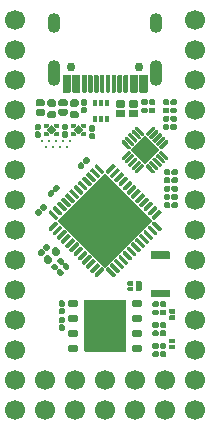
<source format=gbr>
G04 #@! TF.GenerationSoftware,KiCad,Pcbnew,5.1.9-1.fc33*
G04 #@! TF.CreationDate,2021-01-31T22:08:49+01:00*
G04 #@! TF.ProjectId,reDIP-SID,72654449-502d-4534-9944-2e6b69636164,0.1*
G04 #@! TF.SameCoordinates,PX5e28010PY8011a50*
G04 #@! TF.FileFunction,Soldermask,Top*
G04 #@! TF.FilePolarity,Negative*
%FSLAX46Y46*%
G04 Gerber Fmt 4.6, Leading zero omitted, Abs format (unit mm)*
G04 Created by KiCad (PCBNEW 5.1.9-1.fc33) date 2021-01-31 22:08:49*
%MOMM*%
%LPD*%
G01*
G04 APERTURE LIST*
%ADD10O,1.100000X2.200000*%
%ADD11C,0.750000*%
%ADD12O,1.100000X1.700000*%
%ADD13C,0.300000*%
%ADD14C,0.100000*%
%ADD15C,1.700000*%
G04 APERTURE END LIST*
G36*
G01*
X10790000Y11855000D02*
X10790000Y12065000D01*
G75*
G02*
X10860000Y12135000I70000J0D01*
G01*
X11220000Y12135000D01*
G75*
G02*
X11290000Y12065000I0J-70000D01*
G01*
X11290000Y11855000D01*
G75*
G02*
X11220000Y11785000I-70000J0D01*
G01*
X10860000Y11785000D01*
G75*
G02*
X10790000Y11855000I0J70000D01*
G01*
G37*
G36*
G01*
X10790000Y11405000D02*
X10790000Y11615000D01*
G75*
G02*
X10860000Y11685000I70000J0D01*
G01*
X11220000Y11685000D01*
G75*
G02*
X11290000Y11615000I0J-70000D01*
G01*
X11290000Y11405000D01*
G75*
G02*
X11220000Y11335000I-70000J0D01*
G01*
X10860000Y11335000D01*
G75*
G02*
X10790000Y11405000I0J70000D01*
G01*
G37*
G36*
G01*
X11490000Y11397500D02*
X11490000Y12072500D01*
G75*
G02*
X11552500Y12135000I62500J0D01*
G01*
X11927500Y12135000D01*
G75*
G02*
X11990000Y12072500I0J-62500D01*
G01*
X11990000Y11397500D01*
G75*
G02*
X11927500Y11335000I-62500J0D01*
G01*
X11552500Y11335000D01*
G75*
G02*
X11490000Y11397500I0J62500D01*
G01*
G37*
G36*
G01*
X5990000Y29562500D02*
X5990000Y28187500D01*
G75*
G02*
X5902500Y28100000I-87500J0D01*
G01*
X5377500Y28100000D01*
G75*
G02*
X5290000Y28187500I0J87500D01*
G01*
X5290000Y29562500D01*
G75*
G02*
X5377500Y29650000I87500J0D01*
G01*
X5902500Y29650000D01*
G75*
G02*
X5990000Y29562500I0J-87500D01*
G01*
G37*
G36*
G01*
X6790000Y29562500D02*
X6790000Y28187500D01*
G75*
G02*
X6702500Y28100000I-87500J0D01*
G01*
X6177500Y28100000D01*
G75*
G02*
X6090000Y28187500I0J87500D01*
G01*
X6090000Y29562500D01*
G75*
G02*
X6177500Y29650000I87500J0D01*
G01*
X6702500Y29650000D01*
G75*
G02*
X6790000Y29562500I0J-87500D01*
G01*
G37*
G36*
G01*
X11690000Y29562500D02*
X11690000Y28187500D01*
G75*
G02*
X11602500Y28100000I-87500J0D01*
G01*
X11077500Y28100000D01*
G75*
G02*
X10990000Y28187500I0J87500D01*
G01*
X10990000Y29562500D01*
G75*
G02*
X11077500Y29650000I87500J0D01*
G01*
X11602500Y29650000D01*
G75*
G02*
X11690000Y29562500I0J-87500D01*
G01*
G37*
G36*
G01*
X12490000Y29562500D02*
X12490000Y28187500D01*
G75*
G02*
X12402500Y28100000I-87500J0D01*
G01*
X11877500Y28100000D01*
G75*
G02*
X11790000Y28187500I0J87500D01*
G01*
X11790000Y29562500D01*
G75*
G02*
X11877500Y29650000I87500J0D01*
G01*
X12402500Y29650000D01*
G75*
G02*
X12490000Y29562500I0J-87500D01*
G01*
G37*
G36*
G01*
X12490000Y29562500D02*
X12490000Y28187500D01*
G75*
G02*
X12402500Y28100000I-87500J0D01*
G01*
X11877500Y28100000D01*
G75*
G02*
X11790000Y28187500I0J87500D01*
G01*
X11790000Y29562500D01*
G75*
G02*
X11877500Y29650000I87500J0D01*
G01*
X12402500Y29650000D01*
G75*
G02*
X12490000Y29562500I0J-87500D01*
G01*
G37*
G36*
G01*
X11690000Y29562500D02*
X11690000Y28187500D01*
G75*
G02*
X11602500Y28100000I-87500J0D01*
G01*
X11077500Y28100000D01*
G75*
G02*
X10990000Y28187500I0J87500D01*
G01*
X10990000Y29562500D01*
G75*
G02*
X11077500Y29650000I87500J0D01*
G01*
X11602500Y29650000D01*
G75*
G02*
X11690000Y29562500I0J-87500D01*
G01*
G37*
G36*
G01*
X6790000Y29562500D02*
X6790000Y28187500D01*
G75*
G02*
X6702500Y28100000I-87500J0D01*
G01*
X6177500Y28100000D01*
G75*
G02*
X6090000Y28187500I0J87500D01*
G01*
X6090000Y29562500D01*
G75*
G02*
X6177500Y29650000I87500J0D01*
G01*
X6702500Y29650000D01*
G75*
G02*
X6790000Y29562500I0J-87500D01*
G01*
G37*
G36*
G01*
X5990000Y29562500D02*
X5990000Y28187500D01*
G75*
G02*
X5902500Y28100000I-87500J0D01*
G01*
X5377500Y28100000D01*
G75*
G02*
X5290000Y28187500I0J87500D01*
G01*
X5290000Y29562500D01*
G75*
G02*
X5377500Y29650000I87500J0D01*
G01*
X5902500Y29650000D01*
G75*
G02*
X5990000Y29562500I0J-87500D01*
G01*
G37*
G36*
G01*
X10840000Y29550000D02*
X10840000Y28200000D01*
G75*
G02*
X10740000Y28100000I-100000J0D01*
G01*
X10540000Y28100000D01*
G75*
G02*
X10440000Y28200000I0J100000D01*
G01*
X10440000Y29550000D01*
G75*
G02*
X10540000Y29650000I100000J0D01*
G01*
X10740000Y29650000D01*
G75*
G02*
X10840000Y29550000I0J-100000D01*
G01*
G37*
G36*
G01*
X10340000Y29550000D02*
X10340000Y28200000D01*
G75*
G02*
X10240000Y28100000I-100000J0D01*
G01*
X10040000Y28100000D01*
G75*
G02*
X9940000Y28200000I0J100000D01*
G01*
X9940000Y29550000D01*
G75*
G02*
X10040000Y29650000I100000J0D01*
G01*
X10240000Y29650000D01*
G75*
G02*
X10340000Y29550000I0J-100000D01*
G01*
G37*
G36*
G01*
X9840000Y29550000D02*
X9840000Y28200000D01*
G75*
G02*
X9740000Y28100000I-100000J0D01*
G01*
X9540000Y28100000D01*
G75*
G02*
X9440000Y28200000I0J100000D01*
G01*
X9440000Y29550000D01*
G75*
G02*
X9540000Y29650000I100000J0D01*
G01*
X9740000Y29650000D01*
G75*
G02*
X9840000Y29550000I0J-100000D01*
G01*
G37*
G36*
G01*
X8840000Y29550000D02*
X8840000Y28200000D01*
G75*
G02*
X8740000Y28100000I-100000J0D01*
G01*
X8540000Y28100000D01*
G75*
G02*
X8440000Y28200000I0J100000D01*
G01*
X8440000Y29550000D01*
G75*
G02*
X8540000Y29650000I100000J0D01*
G01*
X8740000Y29650000D01*
G75*
G02*
X8840000Y29550000I0J-100000D01*
G01*
G37*
G36*
G01*
X8340000Y29550000D02*
X8340000Y28200000D01*
G75*
G02*
X8240000Y28100000I-100000J0D01*
G01*
X8040000Y28100000D01*
G75*
G02*
X7940000Y28200000I0J100000D01*
G01*
X7940000Y29550000D01*
G75*
G02*
X8040000Y29650000I100000J0D01*
G01*
X8240000Y29650000D01*
G75*
G02*
X8340000Y29550000I0J-100000D01*
G01*
G37*
G36*
G01*
X7840000Y29550000D02*
X7840000Y28200000D01*
G75*
G02*
X7740000Y28100000I-100000J0D01*
G01*
X7540000Y28100000D01*
G75*
G02*
X7440000Y28200000I0J100000D01*
G01*
X7440000Y29550000D01*
G75*
G02*
X7540000Y29650000I100000J0D01*
G01*
X7740000Y29650000D01*
G75*
G02*
X7840000Y29550000I0J-100000D01*
G01*
G37*
G36*
G01*
X7340000Y29550000D02*
X7340000Y28200000D01*
G75*
G02*
X7240000Y28100000I-100000J0D01*
G01*
X7040000Y28100000D01*
G75*
G02*
X6940000Y28200000I0J100000D01*
G01*
X6940000Y29550000D01*
G75*
G02*
X7040000Y29650000I100000J0D01*
G01*
X7240000Y29650000D01*
G75*
G02*
X7340000Y29550000I0J-100000D01*
G01*
G37*
G36*
G01*
X9340000Y29550000D02*
X9340000Y28200000D01*
G75*
G02*
X9240000Y28100000I-100000J0D01*
G01*
X9040000Y28100000D01*
G75*
G02*
X8940000Y28200000I0J100000D01*
G01*
X8940000Y29550000D01*
G75*
G02*
X9040000Y29650000I100000J0D01*
G01*
X9240000Y29650000D01*
G75*
G02*
X9340000Y29550000I0J-100000D01*
G01*
G37*
D10*
X4570000Y29790000D03*
X13210000Y29790000D03*
D11*
X11780000Y30320000D03*
D12*
X13210000Y33970000D03*
D11*
X6000000Y30320000D03*
D12*
X4570000Y33970000D03*
G36*
G01*
X14310000Y14020000D02*
X12810000Y14020000D01*
G75*
G02*
X12760000Y14070000I0J50000D01*
G01*
X12760000Y14620000D01*
G75*
G02*
X12810000Y14670000I50000J0D01*
G01*
X14310000Y14670000D01*
G75*
G02*
X14360000Y14620000I0J-50000D01*
G01*
X14360000Y14070000D01*
G75*
G02*
X14310000Y14020000I-50000J0D01*
G01*
G37*
G36*
G01*
X14310000Y10770000D02*
X12810000Y10770000D01*
G75*
G02*
X12760000Y10820000I0J50000D01*
G01*
X12760000Y11370000D01*
G75*
G02*
X12810000Y11420000I50000J0D01*
G01*
X14310000Y11420000D01*
G75*
G02*
X14360000Y11370000I0J-50000D01*
G01*
X14360000Y10820000D01*
G75*
G02*
X14310000Y10770000I-50000J0D01*
G01*
G37*
G36*
G01*
X14792500Y9405000D02*
X14367500Y9405000D01*
G75*
G02*
X14330000Y9442500I0J37500D01*
G01*
X14330000Y9742500D01*
G75*
G02*
X14367500Y9780000I37500J0D01*
G01*
X14792500Y9780000D01*
G75*
G02*
X14830000Y9742500I0J-37500D01*
G01*
X14830000Y9442500D01*
G75*
G02*
X14792500Y9405000I-37500J0D01*
G01*
G37*
G36*
G01*
X14792500Y8880000D02*
X14367500Y8880000D01*
G75*
G02*
X14330000Y8917500I0J37500D01*
G01*
X14330000Y9217500D01*
G75*
G02*
X14367500Y9255000I37500J0D01*
G01*
X14792500Y9255000D01*
G75*
G02*
X14830000Y9217500I0J-37500D01*
G01*
X14830000Y8917500D01*
G75*
G02*
X14792500Y8880000I-37500J0D01*
G01*
G37*
G36*
G01*
X14367500Y6755000D02*
X14792500Y6755000D01*
G75*
G02*
X14830000Y6717500I0J-37500D01*
G01*
X14830000Y6417500D01*
G75*
G02*
X14792500Y6380000I-37500J0D01*
G01*
X14367500Y6380000D01*
G75*
G02*
X14330000Y6417500I0J37500D01*
G01*
X14330000Y6717500D01*
G75*
G02*
X14367500Y6755000I37500J0D01*
G01*
G37*
G36*
G01*
X14367500Y7280000D02*
X14792500Y7280000D01*
G75*
G02*
X14830000Y7242500I0J-37500D01*
G01*
X14830000Y6942500D01*
G75*
G02*
X14792500Y6905000I-37500J0D01*
G01*
X14367500Y6905000D01*
G75*
G02*
X14330000Y6942500I0J37500D01*
G01*
X14330000Y7242500D01*
G75*
G02*
X14367500Y7280000I37500J0D01*
G01*
G37*
G36*
G01*
X12890000Y10075000D02*
X12890000Y10325000D01*
G75*
G02*
X13015000Y10450000I125000J0D01*
G01*
X13325000Y10450000D01*
G75*
G02*
X13450000Y10325000I0J-125000D01*
G01*
X13450000Y10075000D01*
G75*
G02*
X13325000Y9950000I-125000J0D01*
G01*
X13015000Y9950000D01*
G75*
G02*
X12890000Y10075000I0J125000D01*
G01*
G37*
G36*
G01*
X13530000Y10075000D02*
X13530000Y10325000D01*
G75*
G02*
X13655000Y10450000I125000J0D01*
G01*
X13965000Y10450000D01*
G75*
G02*
X14090000Y10325000I0J-125000D01*
G01*
X14090000Y10075000D01*
G75*
G02*
X13965000Y9950000I-125000J0D01*
G01*
X13655000Y9950000D01*
G75*
G02*
X13530000Y10075000I0J125000D01*
G01*
G37*
D13*
X5950000Y24040000D03*
G36*
G01*
X7206673Y22079896D02*
X7029896Y22256673D01*
G75*
G02*
X7029896Y22433449I88388J88388D01*
G01*
X7249099Y22652652D01*
G75*
G02*
X7425875Y22652652I88388J-88388D01*
G01*
X7602652Y22475875D01*
G75*
G02*
X7602652Y22299099I-88388J-88388D01*
G01*
X7383449Y22079896D01*
G75*
G02*
X7206673Y22079896I-88388J88388D01*
G01*
G37*
G36*
G01*
X6754125Y21627348D02*
X6577348Y21804125D01*
G75*
G02*
X6577348Y21980901I88388J88388D01*
G01*
X6796551Y22200104D01*
G75*
G02*
X6973327Y22200104I88388J-88388D01*
G01*
X7150104Y22023327D01*
G75*
G02*
X7150104Y21846551I-88388J-88388D01*
G01*
X6930901Y21627348D01*
G75*
G02*
X6754125Y21627348I-88388J88388D01*
G01*
G37*
G36*
G01*
X7140000Y6210000D02*
X7140000Y10510000D01*
G75*
G02*
X7190000Y10560000I50000J0D01*
G01*
X10590000Y10560000D01*
G75*
G02*
X10640000Y10510000I0J-50000D01*
G01*
X10640000Y6210000D01*
G75*
G02*
X10590000Y6160000I-50000J0D01*
G01*
X7190000Y6160000D01*
G75*
G02*
X7140000Y6210000I0J50000D01*
G01*
G37*
G36*
G01*
X11165000Y10115000D02*
X11165000Y10415000D01*
G75*
G02*
X11315000Y10565000I150000J0D01*
G01*
X11865000Y10565000D01*
G75*
G02*
X12015000Y10415000I0J-150000D01*
G01*
X12015000Y10115000D01*
G75*
G02*
X11865000Y9965000I-150000J0D01*
G01*
X11315000Y9965000D01*
G75*
G02*
X11165000Y10115000I0J150000D01*
G01*
G37*
G36*
G01*
X11165000Y8845000D02*
X11165000Y9145000D01*
G75*
G02*
X11315000Y9295000I150000J0D01*
G01*
X11865000Y9295000D01*
G75*
G02*
X12015000Y9145000I0J-150000D01*
G01*
X12015000Y8845000D01*
G75*
G02*
X11865000Y8695000I-150000J0D01*
G01*
X11315000Y8695000D01*
G75*
G02*
X11165000Y8845000I0J150000D01*
G01*
G37*
G36*
G01*
X11165000Y7575000D02*
X11165000Y7875000D01*
G75*
G02*
X11315000Y8025000I150000J0D01*
G01*
X11865000Y8025000D01*
G75*
G02*
X12015000Y7875000I0J-150000D01*
G01*
X12015000Y7575000D01*
G75*
G02*
X11865000Y7425000I-150000J0D01*
G01*
X11315000Y7425000D01*
G75*
G02*
X11165000Y7575000I0J150000D01*
G01*
G37*
G36*
G01*
X11165000Y6305000D02*
X11165000Y6605000D01*
G75*
G02*
X11315000Y6755000I150000J0D01*
G01*
X11865000Y6755000D01*
G75*
G02*
X12015000Y6605000I0J-150000D01*
G01*
X12015000Y6305000D01*
G75*
G02*
X11865000Y6155000I-150000J0D01*
G01*
X11315000Y6155000D01*
G75*
G02*
X11165000Y6305000I0J150000D01*
G01*
G37*
G36*
G01*
X5765000Y6305000D02*
X5765000Y6605000D01*
G75*
G02*
X5915000Y6755000I150000J0D01*
G01*
X6465000Y6755000D01*
G75*
G02*
X6615000Y6605000I0J-150000D01*
G01*
X6615000Y6305000D01*
G75*
G02*
X6465000Y6155000I-150000J0D01*
G01*
X5915000Y6155000D01*
G75*
G02*
X5765000Y6305000I0J150000D01*
G01*
G37*
G36*
G01*
X5765000Y7575000D02*
X5765000Y7875000D01*
G75*
G02*
X5915000Y8025000I150000J0D01*
G01*
X6465000Y8025000D01*
G75*
G02*
X6615000Y7875000I0J-150000D01*
G01*
X6615000Y7575000D01*
G75*
G02*
X6465000Y7425000I-150000J0D01*
G01*
X5915000Y7425000D01*
G75*
G02*
X5765000Y7575000I0J150000D01*
G01*
G37*
G36*
G01*
X5765000Y8845000D02*
X5765000Y9145000D01*
G75*
G02*
X5915000Y9295000I150000J0D01*
G01*
X6465000Y9295000D01*
G75*
G02*
X6615000Y9145000I0J-150000D01*
G01*
X6615000Y8845000D01*
G75*
G02*
X6465000Y8695000I-150000J0D01*
G01*
X5915000Y8695000D01*
G75*
G02*
X5765000Y8845000I0J150000D01*
G01*
G37*
G36*
G01*
X5765000Y10115000D02*
X5765000Y10415000D01*
G75*
G02*
X5915000Y10565000I150000J0D01*
G01*
X6465000Y10565000D01*
G75*
G02*
X6615000Y10415000I0J-150000D01*
G01*
X6615000Y10115000D01*
G75*
G02*
X6465000Y9965000I-150000J0D01*
G01*
X5915000Y9965000D01*
G75*
G02*
X5765000Y10115000I0J150000D01*
G01*
G37*
G36*
G01*
X12890000Y5835000D02*
X12890000Y6085000D01*
G75*
G02*
X13015000Y6210000I125000J0D01*
G01*
X13325000Y6210000D01*
G75*
G02*
X13450000Y6085000I0J-125000D01*
G01*
X13450000Y5835000D01*
G75*
G02*
X13325000Y5710000I-125000J0D01*
G01*
X13015000Y5710000D01*
G75*
G02*
X12890000Y5835000I0J125000D01*
G01*
G37*
G36*
G01*
X13530000Y5835000D02*
X13530000Y6085000D01*
G75*
G02*
X13655000Y6210000I125000J0D01*
G01*
X13965000Y6210000D01*
G75*
G02*
X14090000Y6085000I0J-125000D01*
G01*
X14090000Y5835000D01*
G75*
G02*
X13965000Y5710000I-125000J0D01*
G01*
X13655000Y5710000D01*
G75*
G02*
X13530000Y5835000I0J125000D01*
G01*
G37*
X5650000Y23520000D03*
X5050000Y23520000D03*
X4450000Y23520000D03*
X3850000Y23520000D03*
X5350000Y24040000D03*
X4750000Y24040000D03*
X4150000Y24040000D03*
X3550000Y24040000D03*
D14*
G36*
X7299039Y25160245D02*
G01*
X7296194Y25150866D01*
X7291573Y25142221D01*
X7285355Y25134645D01*
X7277779Y25128427D01*
X7269134Y25123806D01*
X7259755Y25120961D01*
X7250000Y25120000D01*
X7050000Y25120000D01*
X7040245Y25120961D01*
X7030866Y25123806D01*
X7022221Y25128427D01*
X7014645Y25134645D01*
X6864645Y25284645D01*
X6858427Y25292221D01*
X6853806Y25300866D01*
X6850961Y25310245D01*
X6850000Y25320000D01*
X6850000Y25420000D01*
X6850961Y25429755D01*
X6853806Y25439134D01*
X6858427Y25447779D01*
X6864645Y25455355D01*
X6872221Y25461573D01*
X6880866Y25466194D01*
X6890245Y25469039D01*
X6900000Y25470000D01*
X7250000Y25470000D01*
X7259755Y25469039D01*
X7269134Y25466194D01*
X7277779Y25461573D01*
X7285355Y25455355D01*
X7291573Y25447779D01*
X7296194Y25439134D01*
X7299039Y25429755D01*
X7300000Y25420000D01*
X7300000Y25170000D01*
X7299039Y25160245D01*
G37*
G36*
X6850961Y24629755D02*
G01*
X6853806Y24639134D01*
X6858427Y24647779D01*
X6864645Y24655355D01*
X7014645Y24805355D01*
X7022221Y24811573D01*
X7030866Y24816194D01*
X7040245Y24819039D01*
X7050000Y24820000D01*
X7250000Y24820000D01*
X7259755Y24819039D01*
X7269134Y24816194D01*
X7277779Y24811573D01*
X7285355Y24805355D01*
X7291573Y24797779D01*
X7296194Y24789134D01*
X7299039Y24779755D01*
X7300000Y24770000D01*
X7300000Y24520000D01*
X7299039Y24510245D01*
X7296194Y24500866D01*
X7291573Y24492221D01*
X7285355Y24484645D01*
X7277779Y24478427D01*
X7269134Y24473806D01*
X7259755Y24470961D01*
X7250000Y24470000D01*
X6900000Y24470000D01*
X6890245Y24470961D01*
X6880866Y24473806D01*
X6872221Y24478427D01*
X6864645Y24484645D01*
X6858427Y24492221D01*
X6853806Y24500866D01*
X6850961Y24510245D01*
X6850000Y24520000D01*
X6850000Y24620000D01*
X6850961Y24629755D01*
G37*
G36*
X6449039Y25310245D02*
G01*
X6446194Y25300866D01*
X6441573Y25292221D01*
X6435355Y25284645D01*
X6285355Y25134645D01*
X6277779Y25128427D01*
X6269134Y25123806D01*
X6259755Y25120961D01*
X6250000Y25120000D01*
X6050000Y25120000D01*
X6040245Y25120961D01*
X6030866Y25123806D01*
X6022221Y25128427D01*
X6014645Y25134645D01*
X6008427Y25142221D01*
X6003806Y25150866D01*
X6000961Y25160245D01*
X6000000Y25170000D01*
X6000000Y25420000D01*
X6000961Y25429755D01*
X6003806Y25439134D01*
X6008427Y25447779D01*
X6014645Y25455355D01*
X6022221Y25461573D01*
X6030866Y25466194D01*
X6040245Y25469039D01*
X6050000Y25470000D01*
X6400000Y25470000D01*
X6409755Y25469039D01*
X6419134Y25466194D01*
X6427779Y25461573D01*
X6435355Y25455355D01*
X6441573Y25447779D01*
X6446194Y25439134D01*
X6449039Y25429755D01*
X6450000Y25420000D01*
X6450000Y25320000D01*
X6449039Y25310245D01*
G37*
G36*
X6000961Y24779755D02*
G01*
X6003806Y24789134D01*
X6008427Y24797779D01*
X6014645Y24805355D01*
X6022221Y24811573D01*
X6030866Y24816194D01*
X6040245Y24819039D01*
X6050000Y24820000D01*
X6250000Y24820000D01*
X6259755Y24819039D01*
X6269134Y24816194D01*
X6277779Y24811573D01*
X6285355Y24805355D01*
X6435355Y24655355D01*
X6441573Y24647779D01*
X6446194Y24639134D01*
X6449039Y24629755D01*
X6450000Y24620000D01*
X6450000Y24520000D01*
X6449039Y24510245D01*
X6446194Y24500866D01*
X6441573Y24492221D01*
X6435355Y24484645D01*
X6427779Y24478427D01*
X6419134Y24473806D01*
X6409755Y24470961D01*
X6400000Y24470000D01*
X6050000Y24470000D01*
X6040245Y24470961D01*
X6030866Y24473806D01*
X6022221Y24478427D01*
X6014645Y24484645D01*
X6008427Y24492221D01*
X6003806Y24500866D01*
X6000961Y24510245D01*
X6000000Y24520000D01*
X6000000Y24770000D01*
X6000961Y24779755D01*
G37*
G36*
G01*
X6614645Y24595234D02*
X6275234Y24934645D01*
G75*
G02*
X6275234Y25005355I35355J35355D01*
G01*
X6614645Y25344766D01*
G75*
G02*
X6685355Y25344766I35355J-35355D01*
G01*
X7024766Y25005355D01*
G75*
G02*
X7024766Y24934645I-35355J-35355D01*
G01*
X6685355Y24595234D01*
G75*
G02*
X6614645Y24595234I-35355J35355D01*
G01*
G37*
G36*
X4999039Y25160245D02*
G01*
X4996194Y25150866D01*
X4991573Y25142221D01*
X4985355Y25134645D01*
X4977779Y25128427D01*
X4969134Y25123806D01*
X4959755Y25120961D01*
X4950000Y25120000D01*
X4750000Y25120000D01*
X4740245Y25120961D01*
X4730866Y25123806D01*
X4722221Y25128427D01*
X4714645Y25134645D01*
X4564645Y25284645D01*
X4558427Y25292221D01*
X4553806Y25300866D01*
X4550961Y25310245D01*
X4550000Y25320000D01*
X4550000Y25420000D01*
X4550961Y25429755D01*
X4553806Y25439134D01*
X4558427Y25447779D01*
X4564645Y25455355D01*
X4572221Y25461573D01*
X4580866Y25466194D01*
X4590245Y25469039D01*
X4600000Y25470000D01*
X4950000Y25470000D01*
X4959755Y25469039D01*
X4969134Y25466194D01*
X4977779Y25461573D01*
X4985355Y25455355D01*
X4991573Y25447779D01*
X4996194Y25439134D01*
X4999039Y25429755D01*
X5000000Y25420000D01*
X5000000Y25170000D01*
X4999039Y25160245D01*
G37*
G36*
X4550961Y24629755D02*
G01*
X4553806Y24639134D01*
X4558427Y24647779D01*
X4564645Y24655355D01*
X4714645Y24805355D01*
X4722221Y24811573D01*
X4730866Y24816194D01*
X4740245Y24819039D01*
X4750000Y24820000D01*
X4950000Y24820000D01*
X4959755Y24819039D01*
X4969134Y24816194D01*
X4977779Y24811573D01*
X4985355Y24805355D01*
X4991573Y24797779D01*
X4996194Y24789134D01*
X4999039Y24779755D01*
X5000000Y24770000D01*
X5000000Y24520000D01*
X4999039Y24510245D01*
X4996194Y24500866D01*
X4991573Y24492221D01*
X4985355Y24484645D01*
X4977779Y24478427D01*
X4969134Y24473806D01*
X4959755Y24470961D01*
X4950000Y24470000D01*
X4600000Y24470000D01*
X4590245Y24470961D01*
X4580866Y24473806D01*
X4572221Y24478427D01*
X4564645Y24484645D01*
X4558427Y24492221D01*
X4553806Y24500866D01*
X4550961Y24510245D01*
X4550000Y24520000D01*
X4550000Y24620000D01*
X4550961Y24629755D01*
G37*
G36*
X4149039Y25310245D02*
G01*
X4146194Y25300866D01*
X4141573Y25292221D01*
X4135355Y25284645D01*
X3985355Y25134645D01*
X3977779Y25128427D01*
X3969134Y25123806D01*
X3959755Y25120961D01*
X3950000Y25120000D01*
X3750000Y25120000D01*
X3740245Y25120961D01*
X3730866Y25123806D01*
X3722221Y25128427D01*
X3714645Y25134645D01*
X3708427Y25142221D01*
X3703806Y25150866D01*
X3700961Y25160245D01*
X3700000Y25170000D01*
X3700000Y25420000D01*
X3700961Y25429755D01*
X3703806Y25439134D01*
X3708427Y25447779D01*
X3714645Y25455355D01*
X3722221Y25461573D01*
X3730866Y25466194D01*
X3740245Y25469039D01*
X3750000Y25470000D01*
X4100000Y25470000D01*
X4109755Y25469039D01*
X4119134Y25466194D01*
X4127779Y25461573D01*
X4135355Y25455355D01*
X4141573Y25447779D01*
X4146194Y25439134D01*
X4149039Y25429755D01*
X4150000Y25420000D01*
X4150000Y25320000D01*
X4149039Y25310245D01*
G37*
G36*
X3700961Y24779755D02*
G01*
X3703806Y24789134D01*
X3708427Y24797779D01*
X3714645Y24805355D01*
X3722221Y24811573D01*
X3730866Y24816194D01*
X3740245Y24819039D01*
X3750000Y24820000D01*
X3950000Y24820000D01*
X3959755Y24819039D01*
X3969134Y24816194D01*
X3977779Y24811573D01*
X3985355Y24805355D01*
X4135355Y24655355D01*
X4141573Y24647779D01*
X4146194Y24639134D01*
X4149039Y24629755D01*
X4150000Y24620000D01*
X4150000Y24520000D01*
X4149039Y24510245D01*
X4146194Y24500866D01*
X4141573Y24492221D01*
X4135355Y24484645D01*
X4127779Y24478427D01*
X4119134Y24473806D01*
X4109755Y24470961D01*
X4100000Y24470000D01*
X3750000Y24470000D01*
X3740245Y24470961D01*
X3730866Y24473806D01*
X3722221Y24478427D01*
X3714645Y24484645D01*
X3708427Y24492221D01*
X3703806Y24500866D01*
X3700961Y24510245D01*
X3700000Y24520000D01*
X3700000Y24770000D01*
X3700961Y24779755D01*
G37*
G36*
G01*
X4314645Y24595234D02*
X3975234Y24934645D01*
G75*
G02*
X3975234Y25005355I35355J35355D01*
G01*
X4314645Y25344766D01*
G75*
G02*
X4385355Y25344766I35355J-35355D01*
G01*
X4724766Y25005355D01*
G75*
G02*
X4724766Y24934645I-35355J-35355D01*
G01*
X4385355Y24595234D01*
G75*
G02*
X4314645Y24595234I-35355J35355D01*
G01*
G37*
G36*
G01*
X8925355Y21275153D02*
X12885153Y17315355D01*
G75*
G02*
X12885153Y17244645I-35355J-35355D01*
G01*
X8925355Y13284847D01*
G75*
G02*
X8854645Y13284847I-35355J35355D01*
G01*
X4894847Y17244645D01*
G75*
G02*
X4894847Y17315355I35355J35355D01*
G01*
X8854645Y21275153D01*
G75*
G02*
X8925355Y21275153I35355J-35355D01*
G01*
G37*
G36*
G01*
X13106124Y17200451D02*
X13671810Y16634765D01*
G75*
G02*
X13671810Y16511021I-61872J-61872D01*
G01*
X13548066Y16387277D01*
G75*
G02*
X13424322Y16387277I-61872J61872D01*
G01*
X12858636Y16952963D01*
G75*
G02*
X12858636Y17076707I61872J61872D01*
G01*
X12982380Y17200451D01*
G75*
G02*
X13106124Y17200451I61872J-61872D01*
G01*
G37*
G36*
G01*
X12752571Y16846898D02*
X13318257Y16281212D01*
G75*
G02*
X13318257Y16157468I-61872J-61872D01*
G01*
X13194513Y16033724D01*
G75*
G02*
X13070769Y16033724I-61872J61872D01*
G01*
X12505083Y16599410D01*
G75*
G02*
X12505083Y16723154I61872J61872D01*
G01*
X12628827Y16846898D01*
G75*
G02*
X12752571Y16846898I61872J-61872D01*
G01*
G37*
G36*
G01*
X12399017Y16493344D02*
X12964703Y15927658D01*
G75*
G02*
X12964703Y15803914I-61872J-61872D01*
G01*
X12840959Y15680170D01*
G75*
G02*
X12717215Y15680170I-61872J61872D01*
G01*
X12151529Y16245856D01*
G75*
G02*
X12151529Y16369600I61872J61872D01*
G01*
X12275273Y16493344D01*
G75*
G02*
X12399017Y16493344I61872J-61872D01*
G01*
G37*
G36*
G01*
X12045464Y16139791D02*
X12611150Y15574105D01*
G75*
G02*
X12611150Y15450361I-61872J-61872D01*
G01*
X12487406Y15326617D01*
G75*
G02*
X12363662Y15326617I-61872J61872D01*
G01*
X11797976Y15892303D01*
G75*
G02*
X11797976Y16016047I61872J61872D01*
G01*
X11921720Y16139791D01*
G75*
G02*
X12045464Y16139791I61872J-61872D01*
G01*
G37*
G36*
G01*
X11691911Y15786238D02*
X12257597Y15220552D01*
G75*
G02*
X12257597Y15096808I-61872J-61872D01*
G01*
X12133853Y14973064D01*
G75*
G02*
X12010109Y14973064I-61872J61872D01*
G01*
X11444423Y15538750D01*
G75*
G02*
X11444423Y15662494I61872J61872D01*
G01*
X11568167Y15786238D01*
G75*
G02*
X11691911Y15786238I61872J-61872D01*
G01*
G37*
G36*
G01*
X11338357Y15432684D02*
X11904043Y14866998D01*
G75*
G02*
X11904043Y14743254I-61872J-61872D01*
G01*
X11780299Y14619510D01*
G75*
G02*
X11656555Y14619510I-61872J61872D01*
G01*
X11090869Y15185196D01*
G75*
G02*
X11090869Y15308940I61872J61872D01*
G01*
X11214613Y15432684D01*
G75*
G02*
X11338357Y15432684I61872J-61872D01*
G01*
G37*
G36*
G01*
X10984804Y15079131D02*
X11550490Y14513445D01*
G75*
G02*
X11550490Y14389701I-61872J-61872D01*
G01*
X11426746Y14265957D01*
G75*
G02*
X11303002Y14265957I-61872J61872D01*
G01*
X10737316Y14831643D01*
G75*
G02*
X10737316Y14955387I61872J61872D01*
G01*
X10861060Y15079131D01*
G75*
G02*
X10984804Y15079131I61872J-61872D01*
G01*
G37*
G36*
G01*
X10631250Y14725577D02*
X11196936Y14159891D01*
G75*
G02*
X11196936Y14036147I-61872J-61872D01*
G01*
X11073192Y13912403D01*
G75*
G02*
X10949448Y13912403I-61872J61872D01*
G01*
X10383762Y14478089D01*
G75*
G02*
X10383762Y14601833I61872J61872D01*
G01*
X10507506Y14725577D01*
G75*
G02*
X10631250Y14725577I61872J-61872D01*
G01*
G37*
G36*
G01*
X10277697Y14372024D02*
X10843383Y13806338D01*
G75*
G02*
X10843383Y13682594I-61872J-61872D01*
G01*
X10719639Y13558850D01*
G75*
G02*
X10595895Y13558850I-61872J61872D01*
G01*
X10030209Y14124536D01*
G75*
G02*
X10030209Y14248280I61872J61872D01*
G01*
X10153953Y14372024D01*
G75*
G02*
X10277697Y14372024I61872J-61872D01*
G01*
G37*
G36*
G01*
X9924144Y14018471D02*
X10489830Y13452785D01*
G75*
G02*
X10489830Y13329041I-61872J-61872D01*
G01*
X10366086Y13205297D01*
G75*
G02*
X10242342Y13205297I-61872J61872D01*
G01*
X9676656Y13770983D01*
G75*
G02*
X9676656Y13894727I61872J61872D01*
G01*
X9800400Y14018471D01*
G75*
G02*
X9924144Y14018471I61872J-61872D01*
G01*
G37*
G36*
G01*
X9570590Y13664917D02*
X10136276Y13099231D01*
G75*
G02*
X10136276Y12975487I-61872J-61872D01*
G01*
X10012532Y12851743D01*
G75*
G02*
X9888788Y12851743I-61872J61872D01*
G01*
X9323102Y13417429D01*
G75*
G02*
X9323102Y13541173I61872J61872D01*
G01*
X9446846Y13664917D01*
G75*
G02*
X9570590Y13664917I61872J-61872D01*
G01*
G37*
G36*
G01*
X9217037Y13311364D02*
X9782723Y12745678D01*
G75*
G02*
X9782723Y12621934I-61872J-61872D01*
G01*
X9658979Y12498190D01*
G75*
G02*
X9535235Y12498190I-61872J61872D01*
G01*
X8969549Y13063876D01*
G75*
G02*
X8969549Y13187620I61872J61872D01*
G01*
X9093293Y13311364D01*
G75*
G02*
X9217037Y13311364I61872J-61872D01*
G01*
G37*
G36*
G01*
X8686707Y13311364D02*
X8810451Y13187620D01*
G75*
G02*
X8810451Y13063876I-61872J-61872D01*
G01*
X8244765Y12498190D01*
G75*
G02*
X8121021Y12498190I-61872J61872D01*
G01*
X7997277Y12621934D01*
G75*
G02*
X7997277Y12745678I61872J61872D01*
G01*
X8562963Y13311364D01*
G75*
G02*
X8686707Y13311364I61872J-61872D01*
G01*
G37*
G36*
G01*
X8333154Y13664917D02*
X8456898Y13541173D01*
G75*
G02*
X8456898Y13417429I-61872J-61872D01*
G01*
X7891212Y12851743D01*
G75*
G02*
X7767468Y12851743I-61872J61872D01*
G01*
X7643724Y12975487D01*
G75*
G02*
X7643724Y13099231I61872J61872D01*
G01*
X8209410Y13664917D01*
G75*
G02*
X8333154Y13664917I61872J-61872D01*
G01*
G37*
G36*
G01*
X7979600Y14018471D02*
X8103344Y13894727D01*
G75*
G02*
X8103344Y13770983I-61872J-61872D01*
G01*
X7537658Y13205297D01*
G75*
G02*
X7413914Y13205297I-61872J61872D01*
G01*
X7290170Y13329041D01*
G75*
G02*
X7290170Y13452785I61872J61872D01*
G01*
X7855856Y14018471D01*
G75*
G02*
X7979600Y14018471I61872J-61872D01*
G01*
G37*
G36*
G01*
X7626047Y14372024D02*
X7749791Y14248280D01*
G75*
G02*
X7749791Y14124536I-61872J-61872D01*
G01*
X7184105Y13558850D01*
G75*
G02*
X7060361Y13558850I-61872J61872D01*
G01*
X6936617Y13682594D01*
G75*
G02*
X6936617Y13806338I61872J61872D01*
G01*
X7502303Y14372024D01*
G75*
G02*
X7626047Y14372024I61872J-61872D01*
G01*
G37*
G36*
G01*
X7272494Y14725577D02*
X7396238Y14601833D01*
G75*
G02*
X7396238Y14478089I-61872J-61872D01*
G01*
X6830552Y13912403D01*
G75*
G02*
X6706808Y13912403I-61872J61872D01*
G01*
X6583064Y14036147D01*
G75*
G02*
X6583064Y14159891I61872J61872D01*
G01*
X7148750Y14725577D01*
G75*
G02*
X7272494Y14725577I61872J-61872D01*
G01*
G37*
G36*
G01*
X6918940Y15079131D02*
X7042684Y14955387D01*
G75*
G02*
X7042684Y14831643I-61872J-61872D01*
G01*
X6476998Y14265957D01*
G75*
G02*
X6353254Y14265957I-61872J61872D01*
G01*
X6229510Y14389701D01*
G75*
G02*
X6229510Y14513445I61872J61872D01*
G01*
X6795196Y15079131D01*
G75*
G02*
X6918940Y15079131I61872J-61872D01*
G01*
G37*
G36*
G01*
X6565387Y15432684D02*
X6689131Y15308940D01*
G75*
G02*
X6689131Y15185196I-61872J-61872D01*
G01*
X6123445Y14619510D01*
G75*
G02*
X5999701Y14619510I-61872J61872D01*
G01*
X5875957Y14743254D01*
G75*
G02*
X5875957Y14866998I61872J61872D01*
G01*
X6441643Y15432684D01*
G75*
G02*
X6565387Y15432684I61872J-61872D01*
G01*
G37*
G36*
G01*
X6211833Y15786238D02*
X6335577Y15662494D01*
G75*
G02*
X6335577Y15538750I-61872J-61872D01*
G01*
X5769891Y14973064D01*
G75*
G02*
X5646147Y14973064I-61872J61872D01*
G01*
X5522403Y15096808D01*
G75*
G02*
X5522403Y15220552I61872J61872D01*
G01*
X6088089Y15786238D01*
G75*
G02*
X6211833Y15786238I61872J-61872D01*
G01*
G37*
G36*
G01*
X5858280Y16139791D02*
X5982024Y16016047D01*
G75*
G02*
X5982024Y15892303I-61872J-61872D01*
G01*
X5416338Y15326617D01*
G75*
G02*
X5292594Y15326617I-61872J61872D01*
G01*
X5168850Y15450361D01*
G75*
G02*
X5168850Y15574105I61872J61872D01*
G01*
X5734536Y16139791D01*
G75*
G02*
X5858280Y16139791I61872J-61872D01*
G01*
G37*
G36*
G01*
X5504727Y16493344D02*
X5628471Y16369600D01*
G75*
G02*
X5628471Y16245856I-61872J-61872D01*
G01*
X5062785Y15680170D01*
G75*
G02*
X4939041Y15680170I-61872J61872D01*
G01*
X4815297Y15803914D01*
G75*
G02*
X4815297Y15927658I61872J61872D01*
G01*
X5380983Y16493344D01*
G75*
G02*
X5504727Y16493344I61872J-61872D01*
G01*
G37*
G36*
G01*
X5151173Y16846898D02*
X5274917Y16723154D01*
G75*
G02*
X5274917Y16599410I-61872J-61872D01*
G01*
X4709231Y16033724D01*
G75*
G02*
X4585487Y16033724I-61872J61872D01*
G01*
X4461743Y16157468D01*
G75*
G02*
X4461743Y16281212I61872J61872D01*
G01*
X5027429Y16846898D01*
G75*
G02*
X5151173Y16846898I61872J-61872D01*
G01*
G37*
G36*
G01*
X4797620Y17200451D02*
X4921364Y17076707D01*
G75*
G02*
X4921364Y16952963I-61872J-61872D01*
G01*
X4355678Y16387277D01*
G75*
G02*
X4231934Y16387277I-61872J61872D01*
G01*
X4108190Y16511021D01*
G75*
G02*
X4108190Y16634765I61872J61872D01*
G01*
X4673876Y17200451D01*
G75*
G02*
X4797620Y17200451I61872J-61872D01*
G01*
G37*
G36*
G01*
X4355678Y18172723D02*
X4921364Y17607037D01*
G75*
G02*
X4921364Y17483293I-61872J-61872D01*
G01*
X4797620Y17359549D01*
G75*
G02*
X4673876Y17359549I-61872J61872D01*
G01*
X4108190Y17925235D01*
G75*
G02*
X4108190Y18048979I61872J61872D01*
G01*
X4231934Y18172723D01*
G75*
G02*
X4355678Y18172723I61872J-61872D01*
G01*
G37*
G36*
G01*
X4709231Y18526276D02*
X5274917Y17960590D01*
G75*
G02*
X5274917Y17836846I-61872J-61872D01*
G01*
X5151173Y17713102D01*
G75*
G02*
X5027429Y17713102I-61872J61872D01*
G01*
X4461743Y18278788D01*
G75*
G02*
X4461743Y18402532I61872J61872D01*
G01*
X4585487Y18526276D01*
G75*
G02*
X4709231Y18526276I61872J-61872D01*
G01*
G37*
G36*
G01*
X5062785Y18879830D02*
X5628471Y18314144D01*
G75*
G02*
X5628471Y18190400I-61872J-61872D01*
G01*
X5504727Y18066656D01*
G75*
G02*
X5380983Y18066656I-61872J61872D01*
G01*
X4815297Y18632342D01*
G75*
G02*
X4815297Y18756086I61872J61872D01*
G01*
X4939041Y18879830D01*
G75*
G02*
X5062785Y18879830I61872J-61872D01*
G01*
G37*
G36*
G01*
X5416338Y19233383D02*
X5982024Y18667697D01*
G75*
G02*
X5982024Y18543953I-61872J-61872D01*
G01*
X5858280Y18420209D01*
G75*
G02*
X5734536Y18420209I-61872J61872D01*
G01*
X5168850Y18985895D01*
G75*
G02*
X5168850Y19109639I61872J61872D01*
G01*
X5292594Y19233383D01*
G75*
G02*
X5416338Y19233383I61872J-61872D01*
G01*
G37*
G36*
G01*
X5769891Y19586936D02*
X6335577Y19021250D01*
G75*
G02*
X6335577Y18897506I-61872J-61872D01*
G01*
X6211833Y18773762D01*
G75*
G02*
X6088089Y18773762I-61872J61872D01*
G01*
X5522403Y19339448D01*
G75*
G02*
X5522403Y19463192I61872J61872D01*
G01*
X5646147Y19586936D01*
G75*
G02*
X5769891Y19586936I61872J-61872D01*
G01*
G37*
G36*
G01*
X6123445Y19940490D02*
X6689131Y19374804D01*
G75*
G02*
X6689131Y19251060I-61872J-61872D01*
G01*
X6565387Y19127316D01*
G75*
G02*
X6441643Y19127316I-61872J61872D01*
G01*
X5875957Y19693002D01*
G75*
G02*
X5875957Y19816746I61872J61872D01*
G01*
X5999701Y19940490D01*
G75*
G02*
X6123445Y19940490I61872J-61872D01*
G01*
G37*
G36*
G01*
X6476998Y20294043D02*
X7042684Y19728357D01*
G75*
G02*
X7042684Y19604613I-61872J-61872D01*
G01*
X6918940Y19480869D01*
G75*
G02*
X6795196Y19480869I-61872J61872D01*
G01*
X6229510Y20046555D01*
G75*
G02*
X6229510Y20170299I61872J61872D01*
G01*
X6353254Y20294043D01*
G75*
G02*
X6476998Y20294043I61872J-61872D01*
G01*
G37*
G36*
G01*
X6830552Y20647597D02*
X7396238Y20081911D01*
G75*
G02*
X7396238Y19958167I-61872J-61872D01*
G01*
X7272494Y19834423D01*
G75*
G02*
X7148750Y19834423I-61872J61872D01*
G01*
X6583064Y20400109D01*
G75*
G02*
X6583064Y20523853I61872J61872D01*
G01*
X6706808Y20647597D01*
G75*
G02*
X6830552Y20647597I61872J-61872D01*
G01*
G37*
G36*
G01*
X7184105Y21001150D02*
X7749791Y20435464D01*
G75*
G02*
X7749791Y20311720I-61872J-61872D01*
G01*
X7626047Y20187976D01*
G75*
G02*
X7502303Y20187976I-61872J61872D01*
G01*
X6936617Y20753662D01*
G75*
G02*
X6936617Y20877406I61872J61872D01*
G01*
X7060361Y21001150D01*
G75*
G02*
X7184105Y21001150I61872J-61872D01*
G01*
G37*
G36*
G01*
X7537658Y21354703D02*
X8103344Y20789017D01*
G75*
G02*
X8103344Y20665273I-61872J-61872D01*
G01*
X7979600Y20541529D01*
G75*
G02*
X7855856Y20541529I-61872J61872D01*
G01*
X7290170Y21107215D01*
G75*
G02*
X7290170Y21230959I61872J61872D01*
G01*
X7413914Y21354703D01*
G75*
G02*
X7537658Y21354703I61872J-61872D01*
G01*
G37*
G36*
G01*
X7891212Y21708257D02*
X8456898Y21142571D01*
G75*
G02*
X8456898Y21018827I-61872J-61872D01*
G01*
X8333154Y20895083D01*
G75*
G02*
X8209410Y20895083I-61872J61872D01*
G01*
X7643724Y21460769D01*
G75*
G02*
X7643724Y21584513I61872J61872D01*
G01*
X7767468Y21708257D01*
G75*
G02*
X7891212Y21708257I61872J-61872D01*
G01*
G37*
G36*
G01*
X8244765Y22061810D02*
X8810451Y21496124D01*
G75*
G02*
X8810451Y21372380I-61872J-61872D01*
G01*
X8686707Y21248636D01*
G75*
G02*
X8562963Y21248636I-61872J61872D01*
G01*
X7997277Y21814322D01*
G75*
G02*
X7997277Y21938066I61872J61872D01*
G01*
X8121021Y22061810D01*
G75*
G02*
X8244765Y22061810I61872J-61872D01*
G01*
G37*
G36*
G01*
X9658979Y22061810D02*
X9782723Y21938066D01*
G75*
G02*
X9782723Y21814322I-61872J-61872D01*
G01*
X9217037Y21248636D01*
G75*
G02*
X9093293Y21248636I-61872J61872D01*
G01*
X8969549Y21372380D01*
G75*
G02*
X8969549Y21496124I61872J61872D01*
G01*
X9535235Y22061810D01*
G75*
G02*
X9658979Y22061810I61872J-61872D01*
G01*
G37*
G36*
G01*
X10012532Y21708257D02*
X10136276Y21584513D01*
G75*
G02*
X10136276Y21460769I-61872J-61872D01*
G01*
X9570590Y20895083D01*
G75*
G02*
X9446846Y20895083I-61872J61872D01*
G01*
X9323102Y21018827D01*
G75*
G02*
X9323102Y21142571I61872J61872D01*
G01*
X9888788Y21708257D01*
G75*
G02*
X10012532Y21708257I61872J-61872D01*
G01*
G37*
G36*
G01*
X10366086Y21354703D02*
X10489830Y21230959D01*
G75*
G02*
X10489830Y21107215I-61872J-61872D01*
G01*
X9924144Y20541529D01*
G75*
G02*
X9800400Y20541529I-61872J61872D01*
G01*
X9676656Y20665273D01*
G75*
G02*
X9676656Y20789017I61872J61872D01*
G01*
X10242342Y21354703D01*
G75*
G02*
X10366086Y21354703I61872J-61872D01*
G01*
G37*
G36*
G01*
X10719639Y21001150D02*
X10843383Y20877406D01*
G75*
G02*
X10843383Y20753662I-61872J-61872D01*
G01*
X10277697Y20187976D01*
G75*
G02*
X10153953Y20187976I-61872J61872D01*
G01*
X10030209Y20311720D01*
G75*
G02*
X10030209Y20435464I61872J61872D01*
G01*
X10595895Y21001150D01*
G75*
G02*
X10719639Y21001150I61872J-61872D01*
G01*
G37*
G36*
G01*
X11073192Y20647597D02*
X11196936Y20523853D01*
G75*
G02*
X11196936Y20400109I-61872J-61872D01*
G01*
X10631250Y19834423D01*
G75*
G02*
X10507506Y19834423I-61872J61872D01*
G01*
X10383762Y19958167D01*
G75*
G02*
X10383762Y20081911I61872J61872D01*
G01*
X10949448Y20647597D01*
G75*
G02*
X11073192Y20647597I61872J-61872D01*
G01*
G37*
G36*
G01*
X11426746Y20294043D02*
X11550490Y20170299D01*
G75*
G02*
X11550490Y20046555I-61872J-61872D01*
G01*
X10984804Y19480869D01*
G75*
G02*
X10861060Y19480869I-61872J61872D01*
G01*
X10737316Y19604613D01*
G75*
G02*
X10737316Y19728357I61872J61872D01*
G01*
X11303002Y20294043D01*
G75*
G02*
X11426746Y20294043I61872J-61872D01*
G01*
G37*
G36*
G01*
X11780299Y19940490D02*
X11904043Y19816746D01*
G75*
G02*
X11904043Y19693002I-61872J-61872D01*
G01*
X11338357Y19127316D01*
G75*
G02*
X11214613Y19127316I-61872J61872D01*
G01*
X11090869Y19251060D01*
G75*
G02*
X11090869Y19374804I61872J61872D01*
G01*
X11656555Y19940490D01*
G75*
G02*
X11780299Y19940490I61872J-61872D01*
G01*
G37*
G36*
G01*
X12133853Y19586936D02*
X12257597Y19463192D01*
G75*
G02*
X12257597Y19339448I-61872J-61872D01*
G01*
X11691911Y18773762D01*
G75*
G02*
X11568167Y18773762I-61872J61872D01*
G01*
X11444423Y18897506D01*
G75*
G02*
X11444423Y19021250I61872J61872D01*
G01*
X12010109Y19586936D01*
G75*
G02*
X12133853Y19586936I61872J-61872D01*
G01*
G37*
G36*
G01*
X12487406Y19233383D02*
X12611150Y19109639D01*
G75*
G02*
X12611150Y18985895I-61872J-61872D01*
G01*
X12045464Y18420209D01*
G75*
G02*
X11921720Y18420209I-61872J61872D01*
G01*
X11797976Y18543953D01*
G75*
G02*
X11797976Y18667697I61872J61872D01*
G01*
X12363662Y19233383D01*
G75*
G02*
X12487406Y19233383I61872J-61872D01*
G01*
G37*
G36*
G01*
X12840959Y18879830D02*
X12964703Y18756086D01*
G75*
G02*
X12964703Y18632342I-61872J-61872D01*
G01*
X12399017Y18066656D01*
G75*
G02*
X12275273Y18066656I-61872J61872D01*
G01*
X12151529Y18190400D01*
G75*
G02*
X12151529Y18314144I61872J61872D01*
G01*
X12717215Y18879830D01*
G75*
G02*
X12840959Y18879830I61872J-61872D01*
G01*
G37*
G36*
G01*
X13194513Y18526276D02*
X13318257Y18402532D01*
G75*
G02*
X13318257Y18278788I-61872J-61872D01*
G01*
X12752571Y17713102D01*
G75*
G02*
X12628827Y17713102I-61872J61872D01*
G01*
X12505083Y17836846D01*
G75*
G02*
X12505083Y17960590I61872J61872D01*
G01*
X13070769Y18526276D01*
G75*
G02*
X13194513Y18526276I61872J-61872D01*
G01*
G37*
G36*
G01*
X13548066Y18172723D02*
X13671810Y18048979D01*
G75*
G02*
X13671810Y17925235I-61872J-61872D01*
G01*
X13106124Y17359549D01*
G75*
G02*
X12982380Y17359549I-61872J61872D01*
G01*
X12858636Y17483293D01*
G75*
G02*
X12858636Y17607037I61872J61872D01*
G01*
X13424322Y18172723D01*
G75*
G02*
X13548066Y18172723I61872J-61872D01*
G01*
G37*
G36*
G01*
X12890000Y6535000D02*
X12890000Y6785000D01*
G75*
G02*
X13015000Y6910000I125000J0D01*
G01*
X13325000Y6910000D01*
G75*
G02*
X13450000Y6785000I0J-125000D01*
G01*
X13450000Y6535000D01*
G75*
G02*
X13325000Y6410000I-125000J0D01*
G01*
X13015000Y6410000D01*
G75*
G02*
X12890000Y6535000I0J125000D01*
G01*
G37*
G36*
G01*
X13530000Y6535000D02*
X13530000Y6785000D01*
G75*
G02*
X13655000Y6910000I125000J0D01*
G01*
X13965000Y6910000D01*
G75*
G02*
X14090000Y6785000I0J-125000D01*
G01*
X14090000Y6535000D01*
G75*
G02*
X13965000Y6410000I-125000J0D01*
G01*
X13655000Y6410000D01*
G75*
G02*
X13530000Y6535000I0J125000D01*
G01*
G37*
G36*
G01*
X8650000Y26950000D02*
X8450000Y26950000D01*
G75*
G02*
X8350000Y27050000I0J100000D01*
G01*
X8350000Y27400000D01*
G75*
G02*
X8450000Y27500000I100000J0D01*
G01*
X8650000Y27500000D01*
G75*
G02*
X8750000Y27400000I0J-100000D01*
G01*
X8750000Y27050000D01*
G75*
G02*
X8650000Y26950000I-100000J0D01*
G01*
G37*
G36*
G01*
X9150000Y26950000D02*
X8950000Y26950000D01*
G75*
G02*
X8850000Y27050000I0J100000D01*
G01*
X8850000Y27400000D01*
G75*
G02*
X8950000Y27500000I100000J0D01*
G01*
X9150000Y27500000D01*
G75*
G02*
X9250000Y27400000I0J-100000D01*
G01*
X9250000Y27050000D01*
G75*
G02*
X9150000Y26950000I-100000J0D01*
G01*
G37*
G36*
G01*
X8650000Y25600000D02*
X8450000Y25600000D01*
G75*
G02*
X8350000Y25700000I0J100000D01*
G01*
X8350000Y26050000D01*
G75*
G02*
X8450000Y26150000I100000J0D01*
G01*
X8650000Y26150000D01*
G75*
G02*
X8750000Y26050000I0J-100000D01*
G01*
X8750000Y25700000D01*
G75*
G02*
X8650000Y25600000I-100000J0D01*
G01*
G37*
G36*
G01*
X8150000Y26950000D02*
X7950000Y26950000D01*
G75*
G02*
X7850000Y27050000I0J100000D01*
G01*
X7850000Y27400000D01*
G75*
G02*
X7950000Y27500000I100000J0D01*
G01*
X8150000Y27500000D01*
G75*
G02*
X8250000Y27400000I0J-100000D01*
G01*
X8250000Y27050000D01*
G75*
G02*
X8150000Y26950000I-100000J0D01*
G01*
G37*
G36*
G01*
X9150000Y25600000D02*
X8950000Y25600000D01*
G75*
G02*
X8850000Y25700000I0J100000D01*
G01*
X8850000Y26050000D01*
G75*
G02*
X8950000Y26150000I100000J0D01*
G01*
X9150000Y26150000D01*
G75*
G02*
X9250000Y26050000I0J-100000D01*
G01*
X9250000Y25700000D01*
G75*
G02*
X9150000Y25600000I-100000J0D01*
G01*
G37*
G36*
G01*
X8150000Y25600000D02*
X7950000Y25600000D01*
G75*
G02*
X7850000Y25700000I0J100000D01*
G01*
X7850000Y26050000D01*
G75*
G02*
X7950000Y26150000I100000J0D01*
G01*
X8150000Y26150000D01*
G75*
G02*
X8250000Y26050000I0J-100000D01*
G01*
X8250000Y25700000D01*
G75*
G02*
X8150000Y25600000I-100000J0D01*
G01*
G37*
D15*
X16510000Y1270000D03*
X16510000Y3810000D03*
X16510000Y6350000D03*
X16510000Y8890000D03*
X16510000Y11430000D03*
X16510000Y13970000D03*
X16510000Y16510000D03*
X16510000Y19050000D03*
X16510000Y21590000D03*
X16510000Y24130000D03*
X3810000Y1270000D03*
X3810000Y3810000D03*
X6350000Y1270000D03*
X6350000Y3810000D03*
X8890000Y1270000D03*
X8890000Y3810000D03*
X11430000Y1270000D03*
X11430000Y3810000D03*
X13970000Y1270000D03*
X13970000Y3810000D03*
X1270000Y1270000D03*
X1270000Y3810000D03*
X1270000Y6350000D03*
X1270000Y8890000D03*
X1270000Y11430000D03*
X1270000Y13970000D03*
X1270000Y16510000D03*
X1270000Y19050000D03*
X1270000Y21590000D03*
X1270000Y24130000D03*
G36*
G01*
X11000000Y27450000D02*
X11600000Y27450000D01*
G75*
G02*
X11650000Y27400000I0J-50000D01*
G01*
X11650000Y26900000D01*
G75*
G02*
X11600000Y26850000I-50000J0D01*
G01*
X11000000Y26850000D01*
G75*
G02*
X10950000Y26900000I0J50000D01*
G01*
X10950000Y27400000D01*
G75*
G02*
X11000000Y27450000I50000J0D01*
G01*
G37*
G36*
G01*
X9900000Y27450000D02*
X10500000Y27450000D01*
G75*
G02*
X10550000Y27400000I0J-50000D01*
G01*
X10550000Y26900000D01*
G75*
G02*
X10500000Y26850000I-50000J0D01*
G01*
X9900000Y26850000D01*
G75*
G02*
X9850000Y26900000I0J50000D01*
G01*
X9850000Y27400000D01*
G75*
G02*
X9900000Y27450000I50000J0D01*
G01*
G37*
G36*
G01*
X9900000Y26650000D02*
X10500000Y26650000D01*
G75*
G02*
X10550000Y26600000I0J-50000D01*
G01*
X10550000Y26100000D01*
G75*
G02*
X10500000Y26050000I-50000J0D01*
G01*
X9900000Y26050000D01*
G75*
G02*
X9850000Y26100000I0J50000D01*
G01*
X9850000Y26600000D01*
G75*
G02*
X9900000Y26650000I50000J0D01*
G01*
G37*
G36*
G01*
X11000000Y26650000D02*
X11600000Y26650000D01*
G75*
G02*
X11650000Y26600000I0J-50000D01*
G01*
X11650000Y26100000D01*
G75*
G02*
X11600000Y26050000I-50000J0D01*
G01*
X11000000Y26050000D01*
G75*
G02*
X10950000Y26100000I0J50000D01*
G01*
X10950000Y26600000D01*
G75*
G02*
X11000000Y26650000I50000J0D01*
G01*
G37*
G36*
G01*
X5095000Y10540000D02*
X5345000Y10540000D01*
G75*
G02*
X5470000Y10415000I0J-125000D01*
G01*
X5470000Y10105000D01*
G75*
G02*
X5345000Y9980000I-125000J0D01*
G01*
X5095000Y9980000D01*
G75*
G02*
X4970000Y10105000I0J125000D01*
G01*
X4970000Y10415000D01*
G75*
G02*
X5095000Y10540000I125000J0D01*
G01*
G37*
G36*
G01*
X5095000Y9900000D02*
X5345000Y9900000D01*
G75*
G02*
X5470000Y9775000I0J-125000D01*
G01*
X5470000Y9465000D01*
G75*
G02*
X5345000Y9340000I-125000J0D01*
G01*
X5095000Y9340000D01*
G75*
G02*
X4970000Y9465000I0J125000D01*
G01*
X4970000Y9775000D01*
G75*
G02*
X5095000Y9900000I125000J0D01*
G01*
G37*
G36*
G01*
X13150000Y27425000D02*
X13150000Y27175000D01*
G75*
G02*
X13025000Y27050000I-125000J0D01*
G01*
X12715000Y27050000D01*
G75*
G02*
X12590000Y27175000I0J125000D01*
G01*
X12590000Y27425000D01*
G75*
G02*
X12715000Y27550000I125000J0D01*
G01*
X13025000Y27550000D01*
G75*
G02*
X13150000Y27425000I0J-125000D01*
G01*
G37*
G36*
G01*
X12510000Y27425000D02*
X12510000Y27175000D01*
G75*
G02*
X12385000Y27050000I-125000J0D01*
G01*
X12075000Y27050000D01*
G75*
G02*
X11950000Y27175000I0J125000D01*
G01*
X11950000Y27425000D01*
G75*
G02*
X12075000Y27550000I125000J0D01*
G01*
X12385000Y27550000D01*
G75*
G02*
X12510000Y27425000I0J-125000D01*
G01*
G37*
G36*
G01*
X7225000Y26350000D02*
X6975000Y26350000D01*
G75*
G02*
X6850000Y26475000I0J125000D01*
G01*
X6850000Y26785000D01*
G75*
G02*
X6975000Y26910000I125000J0D01*
G01*
X7225000Y26910000D01*
G75*
G02*
X7350000Y26785000I0J-125000D01*
G01*
X7350000Y26475000D01*
G75*
G02*
X7225000Y26350000I-125000J0D01*
G01*
G37*
G36*
G01*
X7225000Y26990000D02*
X6975000Y26990000D01*
G75*
G02*
X6850000Y27115000I0J125000D01*
G01*
X6850000Y27425000D01*
G75*
G02*
X6975000Y27550000I125000J0D01*
G01*
X7225000Y27550000D01*
G75*
G02*
X7350000Y27425000I0J-125000D01*
G01*
X7350000Y27115000D01*
G75*
G02*
X7225000Y26990000I-125000J0D01*
G01*
G37*
G36*
G01*
X7675000Y25350000D02*
X7925000Y25350000D01*
G75*
G02*
X8050000Y25225000I0J-125000D01*
G01*
X8050000Y24915000D01*
G75*
G02*
X7925000Y24790000I-125000J0D01*
G01*
X7675000Y24790000D01*
G75*
G02*
X7550000Y24915000I0J125000D01*
G01*
X7550000Y25225000D01*
G75*
G02*
X7675000Y25350000I125000J0D01*
G01*
G37*
G36*
G01*
X7675000Y24710000D02*
X7925000Y24710000D01*
G75*
G02*
X8050000Y24585000I0J-125000D01*
G01*
X8050000Y24275000D01*
G75*
G02*
X7925000Y24150000I-125000J0D01*
G01*
X7675000Y24150000D01*
G75*
G02*
X7550000Y24275000I0J125000D01*
G01*
X7550000Y24585000D01*
G75*
G02*
X7675000Y24710000I125000J0D01*
G01*
G37*
G36*
G01*
X14090000Y8555000D02*
X14090000Y8305000D01*
G75*
G02*
X13965000Y8180000I-125000J0D01*
G01*
X13655000Y8180000D01*
G75*
G02*
X13530000Y8305000I0J125000D01*
G01*
X13530000Y8555000D01*
G75*
G02*
X13655000Y8680000I125000J0D01*
G01*
X13965000Y8680000D01*
G75*
G02*
X14090000Y8555000I0J-125000D01*
G01*
G37*
G36*
G01*
X13450000Y8555000D02*
X13450000Y8305000D01*
G75*
G02*
X13325000Y8180000I-125000J0D01*
G01*
X13015000Y8180000D01*
G75*
G02*
X12890000Y8305000I0J125000D01*
G01*
X12890000Y8555000D01*
G75*
G02*
X13015000Y8680000I125000J0D01*
G01*
X13325000Y8680000D01*
G75*
G02*
X13450000Y8555000I0J-125000D01*
G01*
G37*
G36*
G01*
X14090000Y7855000D02*
X14090000Y7605000D01*
G75*
G02*
X13965000Y7480000I-125000J0D01*
G01*
X13655000Y7480000D01*
G75*
G02*
X13530000Y7605000I0J125000D01*
G01*
X13530000Y7855000D01*
G75*
G02*
X13655000Y7980000I125000J0D01*
G01*
X13965000Y7980000D01*
G75*
G02*
X14090000Y7855000I0J-125000D01*
G01*
G37*
G36*
G01*
X13450000Y7855000D02*
X13450000Y7605000D01*
G75*
G02*
X13325000Y7480000I-125000J0D01*
G01*
X13015000Y7480000D01*
G75*
G02*
X12890000Y7605000I0J125000D01*
G01*
X12890000Y7855000D01*
G75*
G02*
X13015000Y7980000I125000J0D01*
G01*
X13325000Y7980000D01*
G75*
G02*
X13450000Y7855000I0J-125000D01*
G01*
G37*
G36*
G01*
X12890000Y9375000D02*
X12890000Y9625000D01*
G75*
G02*
X13015000Y9750000I125000J0D01*
G01*
X13325000Y9750000D01*
G75*
G02*
X13450000Y9625000I0J-125000D01*
G01*
X13450000Y9375000D01*
G75*
G02*
X13325000Y9250000I-125000J0D01*
G01*
X13015000Y9250000D01*
G75*
G02*
X12890000Y9375000I0J125000D01*
G01*
G37*
G36*
G01*
X13530000Y9375000D02*
X13530000Y9625000D01*
G75*
G02*
X13655000Y9750000I125000J0D01*
G01*
X13965000Y9750000D01*
G75*
G02*
X14090000Y9625000I0J-125000D01*
G01*
X14090000Y9375000D01*
G75*
G02*
X13965000Y9250000I-125000J0D01*
G01*
X13655000Y9250000D01*
G75*
G02*
X13530000Y9375000I0J125000D01*
G01*
G37*
X16510000Y26670000D03*
X16510000Y29210000D03*
X16510000Y31750000D03*
X16510000Y34290000D03*
X1270000Y26670000D03*
X1270000Y29210000D03*
X1270000Y31750000D03*
X1270000Y34290000D03*
G36*
G01*
X5375000Y25470000D02*
X5625000Y25470000D01*
G75*
G02*
X5750000Y25345000I0J-125000D01*
G01*
X5750000Y25035000D01*
G75*
G02*
X5625000Y24910000I-125000J0D01*
G01*
X5375000Y24910000D01*
G75*
G02*
X5250000Y25035000I0J125000D01*
G01*
X5250000Y25345000D01*
G75*
G02*
X5375000Y25470000I125000J0D01*
G01*
G37*
G36*
G01*
X5375000Y24830000D02*
X5625000Y24830000D01*
G75*
G02*
X5750000Y24705000I0J-125000D01*
G01*
X5750000Y24395000D01*
G75*
G02*
X5625000Y24270000I-125000J0D01*
G01*
X5375000Y24270000D01*
G75*
G02*
X5250000Y24395000I0J125000D01*
G01*
X5250000Y24705000D01*
G75*
G02*
X5375000Y24830000I125000J0D01*
G01*
G37*
G36*
G01*
X3075000Y25470000D02*
X3325000Y25470000D01*
G75*
G02*
X3450000Y25345000I0J-125000D01*
G01*
X3450000Y25035000D01*
G75*
G02*
X3325000Y24910000I-125000J0D01*
G01*
X3075000Y24910000D01*
G75*
G02*
X2950000Y25035000I0J125000D01*
G01*
X2950000Y25345000D01*
G75*
G02*
X3075000Y25470000I125000J0D01*
G01*
G37*
G36*
G01*
X3075000Y24830000D02*
X3325000Y24830000D01*
G75*
G02*
X3450000Y24705000I0J-125000D01*
G01*
X3450000Y24395000D01*
G75*
G02*
X3325000Y24270000I-125000J0D01*
G01*
X3075000Y24270000D01*
G75*
G02*
X2950000Y24395000I0J125000D01*
G01*
X2950000Y24705000D01*
G75*
G02*
X3075000Y24830000I125000J0D01*
G01*
G37*
G36*
G01*
X13118528Y21376167D02*
X13012462Y21270101D01*
G75*
G02*
X12906396Y21270101I-53033J53033D01*
G01*
X12340710Y21835787D01*
G75*
G02*
X12340710Y21941853I53033J53033D01*
G01*
X12446776Y22047919D01*
G75*
G02*
X12552842Y22047919I53033J-53033D01*
G01*
X13118528Y21482233D01*
G75*
G02*
X13118528Y21376167I-53033J-53033D01*
G01*
G37*
G36*
G01*
X13401371Y21659009D02*
X13295305Y21552943D01*
G75*
G02*
X13189239Y21552943I-53033J53033D01*
G01*
X12623553Y22118629D01*
G75*
G02*
X12623553Y22224695I53033J53033D01*
G01*
X12729619Y22330761D01*
G75*
G02*
X12835685Y22330761I53033J-53033D01*
G01*
X13401371Y21765075D01*
G75*
G02*
X13401371Y21659009I-53033J-53033D01*
G01*
G37*
G36*
G01*
X13684214Y21941852D02*
X13578148Y21835786D01*
G75*
G02*
X13472082Y21835786I-53033J53033D01*
G01*
X12906396Y22401472D01*
G75*
G02*
X12906396Y22507538I53033J53033D01*
G01*
X13012462Y22613604D01*
G75*
G02*
X13118528Y22613604I53033J-53033D01*
G01*
X13684214Y22047918D01*
G75*
G02*
X13684214Y21941852I-53033J-53033D01*
G01*
G37*
G36*
G01*
X13967057Y22224695D02*
X13860991Y22118629D01*
G75*
G02*
X13754925Y22118629I-53033J53033D01*
G01*
X13189239Y22684315D01*
G75*
G02*
X13189239Y22790381I53033J53033D01*
G01*
X13295305Y22896447D01*
G75*
G02*
X13401371Y22896447I53033J-53033D01*
G01*
X13967057Y22330761D01*
G75*
G02*
X13967057Y22224695I-53033J-53033D01*
G01*
G37*
G36*
G01*
X14249899Y22507538D02*
X14143833Y22401472D01*
G75*
G02*
X14037767Y22401472I-53033J53033D01*
G01*
X13472081Y22967158D01*
G75*
G02*
X13472081Y23073224I53033J53033D01*
G01*
X13578147Y23179290D01*
G75*
G02*
X13684213Y23179290I53033J-53033D01*
G01*
X14249899Y22613604D01*
G75*
G02*
X14249899Y22507538I-53033J-53033D01*
G01*
G37*
G36*
G01*
X14249899Y23886396D02*
X13684213Y23320710D01*
G75*
G02*
X13578147Y23320710I-53033J53033D01*
G01*
X13472081Y23426776D01*
G75*
G02*
X13472081Y23532842I53033J53033D01*
G01*
X14037767Y24098528D01*
G75*
G02*
X14143833Y24098528I53033J-53033D01*
G01*
X14249899Y23992462D01*
G75*
G02*
X14249899Y23886396I-53033J-53033D01*
G01*
G37*
G36*
G01*
X13967057Y24169239D02*
X13401371Y23603553D01*
G75*
G02*
X13295305Y23603553I-53033J53033D01*
G01*
X13189239Y23709619D01*
G75*
G02*
X13189239Y23815685I53033J53033D01*
G01*
X13754925Y24381371D01*
G75*
G02*
X13860991Y24381371I53033J-53033D01*
G01*
X13967057Y24275305D01*
G75*
G02*
X13967057Y24169239I-53033J-53033D01*
G01*
G37*
G36*
G01*
X13684214Y24452082D02*
X13118528Y23886396D01*
G75*
G02*
X13012462Y23886396I-53033J53033D01*
G01*
X12906396Y23992462D01*
G75*
G02*
X12906396Y24098528I53033J53033D01*
G01*
X13472082Y24664214D01*
G75*
G02*
X13578148Y24664214I53033J-53033D01*
G01*
X13684214Y24558148D01*
G75*
G02*
X13684214Y24452082I-53033J-53033D01*
G01*
G37*
G36*
G01*
X13401371Y24734925D02*
X12835685Y24169239D01*
G75*
G02*
X12729619Y24169239I-53033J53033D01*
G01*
X12623553Y24275305D01*
G75*
G02*
X12623553Y24381371I53033J53033D01*
G01*
X13189239Y24947057D01*
G75*
G02*
X13295305Y24947057I53033J-53033D01*
G01*
X13401371Y24840991D01*
G75*
G02*
X13401371Y24734925I-53033J-53033D01*
G01*
G37*
G36*
G01*
X13118528Y25017767D02*
X12552842Y24452081D01*
G75*
G02*
X12446776Y24452081I-53033J53033D01*
G01*
X12340710Y24558147D01*
G75*
G02*
X12340710Y24664213I53033J53033D01*
G01*
X12906396Y25229899D01*
G75*
G02*
X13012462Y25229899I53033J-53033D01*
G01*
X13118528Y25123833D01*
G75*
G02*
X13118528Y25017767I-53033J-53033D01*
G01*
G37*
G36*
G01*
X12199290Y24558147D02*
X12093224Y24452081D01*
G75*
G02*
X11987158Y24452081I-53033J53033D01*
G01*
X11421472Y25017767D01*
G75*
G02*
X11421472Y25123833I53033J53033D01*
G01*
X11527538Y25229899D01*
G75*
G02*
X11633604Y25229899I53033J-53033D01*
G01*
X12199290Y24664213D01*
G75*
G02*
X12199290Y24558147I-53033J-53033D01*
G01*
G37*
G36*
G01*
X11916447Y24275305D02*
X11810381Y24169239D01*
G75*
G02*
X11704315Y24169239I-53033J53033D01*
G01*
X11138629Y24734925D01*
G75*
G02*
X11138629Y24840991I53033J53033D01*
G01*
X11244695Y24947057D01*
G75*
G02*
X11350761Y24947057I53033J-53033D01*
G01*
X11916447Y24381371D01*
G75*
G02*
X11916447Y24275305I-53033J-53033D01*
G01*
G37*
G36*
G01*
X11633604Y23992462D02*
X11527538Y23886396D01*
G75*
G02*
X11421472Y23886396I-53033J53033D01*
G01*
X10855786Y24452082D01*
G75*
G02*
X10855786Y24558148I53033J53033D01*
G01*
X10961852Y24664214D01*
G75*
G02*
X11067918Y24664214I53033J-53033D01*
G01*
X11633604Y24098528D01*
G75*
G02*
X11633604Y23992462I-53033J-53033D01*
G01*
G37*
G36*
G01*
X11350761Y23709619D02*
X11244695Y23603553D01*
G75*
G02*
X11138629Y23603553I-53033J53033D01*
G01*
X10572943Y24169239D01*
G75*
G02*
X10572943Y24275305I53033J53033D01*
G01*
X10679009Y24381371D01*
G75*
G02*
X10785075Y24381371I53033J-53033D01*
G01*
X11350761Y23815685D01*
G75*
G02*
X11350761Y23709619I-53033J-53033D01*
G01*
G37*
G36*
G01*
X11067919Y23426776D02*
X10961853Y23320710D01*
G75*
G02*
X10855787Y23320710I-53033J53033D01*
G01*
X10290101Y23886396D01*
G75*
G02*
X10290101Y23992462I53033J53033D01*
G01*
X10396167Y24098528D01*
G75*
G02*
X10502233Y24098528I53033J-53033D01*
G01*
X11067919Y23532842D01*
G75*
G02*
X11067919Y23426776I-53033J-53033D01*
G01*
G37*
G36*
G01*
X11067919Y22967158D02*
X10502233Y22401472D01*
G75*
G02*
X10396167Y22401472I-53033J53033D01*
G01*
X10290101Y22507538D01*
G75*
G02*
X10290101Y22613604I53033J53033D01*
G01*
X10855787Y23179290D01*
G75*
G02*
X10961853Y23179290I53033J-53033D01*
G01*
X11067919Y23073224D01*
G75*
G02*
X11067919Y22967158I-53033J-53033D01*
G01*
G37*
G36*
G01*
X11350761Y22684315D02*
X10785075Y22118629D01*
G75*
G02*
X10679009Y22118629I-53033J53033D01*
G01*
X10572943Y22224695D01*
G75*
G02*
X10572943Y22330761I53033J53033D01*
G01*
X11138629Y22896447D01*
G75*
G02*
X11244695Y22896447I53033J-53033D01*
G01*
X11350761Y22790381D01*
G75*
G02*
X11350761Y22684315I-53033J-53033D01*
G01*
G37*
G36*
G01*
X11633604Y22401472D02*
X11067918Y21835786D01*
G75*
G02*
X10961852Y21835786I-53033J53033D01*
G01*
X10855786Y21941852D01*
G75*
G02*
X10855786Y22047918I53033J53033D01*
G01*
X11421472Y22613604D01*
G75*
G02*
X11527538Y22613604I53033J-53033D01*
G01*
X11633604Y22507538D01*
G75*
G02*
X11633604Y22401472I-53033J-53033D01*
G01*
G37*
G36*
G01*
X11916447Y22118629D02*
X11350761Y21552943D01*
G75*
G02*
X11244695Y21552943I-53033J53033D01*
G01*
X11138629Y21659009D01*
G75*
G02*
X11138629Y21765075I53033J53033D01*
G01*
X11704315Y22330761D01*
G75*
G02*
X11810381Y22330761I53033J-53033D01*
G01*
X11916447Y22224695D01*
G75*
G02*
X11916447Y22118629I-53033J-53033D01*
G01*
G37*
G36*
G01*
X12199290Y21835787D02*
X11633604Y21270101D01*
G75*
G02*
X11527538Y21270101I-53033J53033D01*
G01*
X11421472Y21376167D01*
G75*
G02*
X11421472Y21482233I53033J53033D01*
G01*
X11987158Y22047919D01*
G75*
G02*
X12093224Y22047919I53033J-53033D01*
G01*
X12199290Y21941853D01*
G75*
G02*
X12199290Y21835787I-53033J-53033D01*
G01*
G37*
G36*
G01*
X13472081Y23214645D02*
X12305355Y22047919D01*
G75*
G02*
X12234645Y22047919I-35355J35355D01*
G01*
X11067919Y23214645D01*
G75*
G02*
X11067919Y23285355I35355J35355D01*
G01*
X12234645Y24452081D01*
G75*
G02*
X12305355Y24452081I35355J-35355D01*
G01*
X13472081Y23285355D01*
G75*
G02*
X13472081Y23214645I-35355J-35355D01*
G01*
G37*
G36*
G01*
X3660000Y26950000D02*
X3160000Y26950000D01*
G75*
G02*
X3010000Y27100000I0J150000D01*
G01*
X3010000Y27400000D01*
G75*
G02*
X3160000Y27550000I150000J0D01*
G01*
X3660000Y27550000D01*
G75*
G02*
X3810000Y27400000I0J-150000D01*
G01*
X3810000Y27100000D01*
G75*
G02*
X3660000Y26950000I-150000J0D01*
G01*
G37*
G36*
G01*
X3660000Y26150000D02*
X3160000Y26150000D01*
G75*
G02*
X3010000Y26300000I0J150000D01*
G01*
X3010000Y26600000D01*
G75*
G02*
X3160000Y26750000I150000J0D01*
G01*
X3660000Y26750000D01*
G75*
G02*
X3810000Y26600000I0J-150000D01*
G01*
X3810000Y26300000D01*
G75*
G02*
X3660000Y26150000I-150000J0D01*
G01*
G37*
G36*
G01*
X5580000Y26950000D02*
X5080000Y26950000D01*
G75*
G02*
X4930000Y27100000I0J150000D01*
G01*
X4930000Y27400000D01*
G75*
G02*
X5080000Y27550000I150000J0D01*
G01*
X5580000Y27550000D01*
G75*
G02*
X5730000Y27400000I0J-150000D01*
G01*
X5730000Y27100000D01*
G75*
G02*
X5580000Y26950000I-150000J0D01*
G01*
G37*
G36*
G01*
X5580000Y26150000D02*
X5080000Y26150000D01*
G75*
G02*
X4930000Y26300000I0J150000D01*
G01*
X4930000Y26600000D01*
G75*
G02*
X5080000Y26750000I150000J0D01*
G01*
X5580000Y26750000D01*
G75*
G02*
X5730000Y26600000I0J-150000D01*
G01*
X5730000Y26300000D01*
G75*
G02*
X5580000Y26150000I-150000J0D01*
G01*
G37*
G36*
G01*
X11950000Y26475000D02*
X11950000Y26725000D01*
G75*
G02*
X12075000Y26850000I125000J0D01*
G01*
X12385000Y26850000D01*
G75*
G02*
X12510000Y26725000I0J-125000D01*
G01*
X12510000Y26475000D01*
G75*
G02*
X12385000Y26350000I-125000J0D01*
G01*
X12075000Y26350000D01*
G75*
G02*
X11950000Y26475000I0J125000D01*
G01*
G37*
G36*
G01*
X12590000Y26475000D02*
X12590000Y26725000D01*
G75*
G02*
X12715000Y26850000I125000J0D01*
G01*
X13025000Y26850000D01*
G75*
G02*
X13150000Y26725000I0J-125000D01*
G01*
X13150000Y26475000D01*
G75*
G02*
X13025000Y26350000I-125000J0D01*
G01*
X12715000Y26350000D01*
G75*
G02*
X12590000Y26475000I0J125000D01*
G01*
G37*
G36*
G01*
X13780000Y25775000D02*
X13780000Y26025000D01*
G75*
G02*
X13905000Y26150000I125000J0D01*
G01*
X14215000Y26150000D01*
G75*
G02*
X14340000Y26025000I0J-125000D01*
G01*
X14340000Y25775000D01*
G75*
G02*
X14215000Y25650000I-125000J0D01*
G01*
X13905000Y25650000D01*
G75*
G02*
X13780000Y25775000I0J125000D01*
G01*
G37*
G36*
G01*
X14420000Y25775000D02*
X14420000Y26025000D01*
G75*
G02*
X14545000Y26150000I125000J0D01*
G01*
X14855000Y26150000D01*
G75*
G02*
X14980000Y26025000I0J-125000D01*
G01*
X14980000Y25775000D01*
G75*
G02*
X14855000Y25650000I-125000J0D01*
G01*
X14545000Y25650000D01*
G75*
G02*
X14420000Y25775000I0J125000D01*
G01*
G37*
G36*
G01*
X5345000Y7930000D02*
X5095000Y7930000D01*
G75*
G02*
X4970000Y8055000I0J125000D01*
G01*
X4970000Y8365000D01*
G75*
G02*
X5095000Y8490000I125000J0D01*
G01*
X5345000Y8490000D01*
G75*
G02*
X5470000Y8365000I0J-125000D01*
G01*
X5470000Y8055000D01*
G75*
G02*
X5345000Y7930000I-125000J0D01*
G01*
G37*
G36*
G01*
X5345000Y8570000D02*
X5095000Y8570000D01*
G75*
G02*
X4970000Y8695000I0J125000D01*
G01*
X4970000Y9005000D01*
G75*
G02*
X5095000Y9130000I125000J0D01*
G01*
X5345000Y9130000D01*
G75*
G02*
X5470000Y9005000I0J-125000D01*
G01*
X5470000Y8695000D01*
G75*
G02*
X5345000Y8570000I-125000J0D01*
G01*
G37*
G36*
G01*
X6485000Y26890000D02*
X6095000Y26890000D01*
G75*
G02*
X5930000Y27055000I0J165000D01*
G01*
X5930000Y27385000D01*
G75*
G02*
X6095000Y27550000I165000J0D01*
G01*
X6485000Y27550000D01*
G75*
G02*
X6650000Y27385000I0J-165000D01*
G01*
X6650000Y27055000D01*
G75*
G02*
X6485000Y26890000I-165000J0D01*
G01*
G37*
G36*
G01*
X6485000Y25930000D02*
X6095000Y25930000D01*
G75*
G02*
X5930000Y26095000I0J165000D01*
G01*
X5930000Y26425000D01*
G75*
G02*
X6095000Y26590000I165000J0D01*
G01*
X6485000Y26590000D01*
G75*
G02*
X6650000Y26425000I0J-165000D01*
G01*
X6650000Y26095000D01*
G75*
G02*
X6485000Y25930000I-165000J0D01*
G01*
G37*
G36*
G01*
X4565000Y26890000D02*
X4175000Y26890000D01*
G75*
G02*
X4010000Y27055000I0J165000D01*
G01*
X4010000Y27385000D01*
G75*
G02*
X4175000Y27550000I165000J0D01*
G01*
X4565000Y27550000D01*
G75*
G02*
X4730000Y27385000I0J-165000D01*
G01*
X4730000Y27055000D01*
G75*
G02*
X4565000Y26890000I-165000J0D01*
G01*
G37*
G36*
G01*
X4565000Y25930000D02*
X4175000Y25930000D01*
G75*
G02*
X4010000Y26095000I0J165000D01*
G01*
X4010000Y26425000D01*
G75*
G02*
X4175000Y26590000I165000J0D01*
G01*
X4565000Y26590000D01*
G75*
G02*
X4730000Y26425000I0J-165000D01*
G01*
X4730000Y26095000D01*
G75*
G02*
X4565000Y25930000I-165000J0D01*
G01*
G37*
G36*
G01*
X5872652Y13274125D02*
X5695875Y13097348D01*
G75*
G02*
X5519099Y13097348I-88388J88388D01*
G01*
X5299896Y13316551D01*
G75*
G02*
X5299896Y13493327I88388J88388D01*
G01*
X5476673Y13670104D01*
G75*
G02*
X5653449Y13670104I88388J-88388D01*
G01*
X5872652Y13450901D01*
G75*
G02*
X5872652Y13274125I-88388J-88388D01*
G01*
G37*
G36*
G01*
X5420104Y13726673D02*
X5243327Y13549896D01*
G75*
G02*
X5066551Y13549896I-88388J88388D01*
G01*
X4847348Y13769099D01*
G75*
G02*
X4847348Y13945875I88388J88388D01*
G01*
X5024125Y14122652D01*
G75*
G02*
X5200901Y14122652I88388J-88388D01*
G01*
X5420104Y13903449D01*
G75*
G02*
X5420104Y13726673I-88388J-88388D01*
G01*
G37*
G36*
G01*
X13870000Y18455000D02*
X13870000Y18705000D01*
G75*
G02*
X13995000Y18830000I125000J0D01*
G01*
X14305000Y18830000D01*
G75*
G02*
X14430000Y18705000I0J-125000D01*
G01*
X14430000Y18455000D01*
G75*
G02*
X14305000Y18330000I-125000J0D01*
G01*
X13995000Y18330000D01*
G75*
G02*
X13870000Y18455000I0J125000D01*
G01*
G37*
G36*
G01*
X14510000Y18455000D02*
X14510000Y18705000D01*
G75*
G02*
X14635000Y18830000I125000J0D01*
G01*
X14945000Y18830000D01*
G75*
G02*
X15070000Y18705000I0J-125000D01*
G01*
X15070000Y18455000D01*
G75*
G02*
X14945000Y18330000I-125000J0D01*
G01*
X14635000Y18330000D01*
G75*
G02*
X14510000Y18455000I0J125000D01*
G01*
G37*
G36*
G01*
X4210399Y19271074D02*
X4033622Y19447851D01*
G75*
G02*
X4033622Y19624627I88388J88388D01*
G01*
X4252825Y19843830D01*
G75*
G02*
X4429601Y19843830I88388J-88388D01*
G01*
X4606378Y19667053D01*
G75*
G02*
X4606378Y19490277I-88388J-88388D01*
G01*
X4387175Y19271074D01*
G75*
G02*
X4210399Y19271074I-88388J88388D01*
G01*
G37*
G36*
G01*
X4662947Y19723622D02*
X4486170Y19900399D01*
G75*
G02*
X4486170Y20077175I88388J88388D01*
G01*
X4705373Y20296378D01*
G75*
G02*
X4882149Y20296378I88388J-88388D01*
G01*
X5058926Y20119601D01*
G75*
G02*
X5058926Y19942825I-88388J-88388D01*
G01*
X4839723Y19723622D01*
G75*
G02*
X4662947Y19723622I-88388J88388D01*
G01*
G37*
G36*
G01*
X5372652Y12784125D02*
X5195875Y12607348D01*
G75*
G02*
X5019099Y12607348I-88388J88388D01*
G01*
X4799896Y12826551D01*
G75*
G02*
X4799896Y13003327I88388J88388D01*
G01*
X4976673Y13180104D01*
G75*
G02*
X5153449Y13180104I88388J-88388D01*
G01*
X5372652Y12960901D01*
G75*
G02*
X5372652Y12784125I-88388J-88388D01*
G01*
G37*
G36*
G01*
X4920104Y13236673D02*
X4743327Y13059896D01*
G75*
G02*
X4566551Y13059896I-88388J88388D01*
G01*
X4347348Y13279099D01*
G75*
G02*
X4347348Y13455875I88388J88388D01*
G01*
X4524125Y13632652D01*
G75*
G02*
X4700901Y13632652I88388J-88388D01*
G01*
X4920104Y13413449D01*
G75*
G02*
X4920104Y13236673I-88388J-88388D01*
G01*
G37*
G36*
G01*
X4146638Y14332409D02*
X4422409Y14056638D01*
G75*
G02*
X4422409Y13823292I-116673J-116673D01*
G01*
X4189064Y13589947D01*
G75*
G02*
X3955718Y13589947I-116673J116673D01*
G01*
X3679947Y13865718D01*
G75*
G02*
X3679947Y14099064I116673J116673D01*
G01*
X3913292Y14332409D01*
G75*
G02*
X4146638Y14332409I116673J-116673D01*
G01*
G37*
G36*
G01*
X4825460Y15011231D02*
X5101231Y14735460D01*
G75*
G02*
X5101231Y14502114I-116673J-116673D01*
G01*
X4867886Y14268769D01*
G75*
G02*
X4634540Y14268769I-116673J116673D01*
G01*
X4358769Y14544540D01*
G75*
G02*
X4358769Y14777886I116673J116673D01*
G01*
X4592114Y15011231D01*
G75*
G02*
X4825460Y15011231I116673J-116673D01*
G01*
G37*
G36*
G01*
X4059601Y15296378D02*
X4236378Y15119601D01*
G75*
G02*
X4236378Y14942825I-88388J-88388D01*
G01*
X4017175Y14723622D01*
G75*
G02*
X3840399Y14723622I-88388J88388D01*
G01*
X3663622Y14900399D01*
G75*
G02*
X3663622Y15077175I88388J88388D01*
G01*
X3882825Y15296378D01*
G75*
G02*
X4059601Y15296378I88388J-88388D01*
G01*
G37*
G36*
G01*
X3607053Y14843830D02*
X3783830Y14667053D01*
G75*
G02*
X3783830Y14490277I-88388J-88388D01*
G01*
X3564627Y14271074D01*
G75*
G02*
X3387851Y14271074I-88388J88388D01*
G01*
X3211074Y14447851D01*
G75*
G02*
X3211074Y14624627I88388J88388D01*
G01*
X3430277Y14843830D01*
G75*
G02*
X3607053Y14843830I88388J-88388D01*
G01*
G37*
G36*
G01*
X14510000Y19155000D02*
X14510000Y19405000D01*
G75*
G02*
X14635000Y19530000I125000J0D01*
G01*
X14945000Y19530000D01*
G75*
G02*
X15070000Y19405000I0J-125000D01*
G01*
X15070000Y19155000D01*
G75*
G02*
X14945000Y19030000I-125000J0D01*
G01*
X14635000Y19030000D01*
G75*
G02*
X14510000Y19155000I0J125000D01*
G01*
G37*
G36*
G01*
X13870000Y19155000D02*
X13870000Y19405000D01*
G75*
G02*
X13995000Y19530000I125000J0D01*
G01*
X14305000Y19530000D01*
G75*
G02*
X14430000Y19405000I0J-125000D01*
G01*
X14430000Y19155000D01*
G75*
G02*
X14305000Y19030000I-125000J0D01*
G01*
X13995000Y19030000D01*
G75*
G02*
X13870000Y19155000I0J125000D01*
G01*
G37*
G36*
G01*
X14510000Y19855000D02*
X14510000Y20105000D01*
G75*
G02*
X14635000Y20230000I125000J0D01*
G01*
X14945000Y20230000D01*
G75*
G02*
X15070000Y20105000I0J-125000D01*
G01*
X15070000Y19855000D01*
G75*
G02*
X14945000Y19730000I-125000J0D01*
G01*
X14635000Y19730000D01*
G75*
G02*
X14510000Y19855000I0J125000D01*
G01*
G37*
G36*
G01*
X13870000Y19855000D02*
X13870000Y20105000D01*
G75*
G02*
X13995000Y20230000I125000J0D01*
G01*
X14305000Y20230000D01*
G75*
G02*
X14430000Y20105000I0J-125000D01*
G01*
X14430000Y19855000D01*
G75*
G02*
X14305000Y19730000I-125000J0D01*
G01*
X13995000Y19730000D01*
G75*
G02*
X13870000Y19855000I0J125000D01*
G01*
G37*
G36*
G01*
X14510000Y20555000D02*
X14510000Y20805000D01*
G75*
G02*
X14635000Y20930000I125000J0D01*
G01*
X14945000Y20930000D01*
G75*
G02*
X15070000Y20805000I0J-125000D01*
G01*
X15070000Y20555000D01*
G75*
G02*
X14945000Y20430000I-125000J0D01*
G01*
X14635000Y20430000D01*
G75*
G02*
X14510000Y20555000I0J125000D01*
G01*
G37*
G36*
G01*
X13870000Y20555000D02*
X13870000Y20805000D01*
G75*
G02*
X13995000Y20930000I125000J0D01*
G01*
X14305000Y20930000D01*
G75*
G02*
X14430000Y20805000I0J-125000D01*
G01*
X14430000Y20555000D01*
G75*
G02*
X14305000Y20430000I-125000J0D01*
G01*
X13995000Y20430000D01*
G75*
G02*
X13870000Y20555000I0J125000D01*
G01*
G37*
G36*
G01*
X13780000Y25075000D02*
X13780000Y25325000D01*
G75*
G02*
X13905000Y25450000I125000J0D01*
G01*
X14215000Y25450000D01*
G75*
G02*
X14340000Y25325000I0J-125000D01*
G01*
X14340000Y25075000D01*
G75*
G02*
X14215000Y24950000I-125000J0D01*
G01*
X13905000Y24950000D01*
G75*
G02*
X13780000Y25075000I0J125000D01*
G01*
G37*
G36*
G01*
X14420000Y25075000D02*
X14420000Y25325000D01*
G75*
G02*
X14545000Y25450000I125000J0D01*
G01*
X14855000Y25450000D01*
G75*
G02*
X14980000Y25325000I0J-125000D01*
G01*
X14980000Y25075000D01*
G75*
G02*
X14855000Y24950000I-125000J0D01*
G01*
X14545000Y24950000D01*
G75*
G02*
X14420000Y25075000I0J125000D01*
G01*
G37*
G36*
G01*
X14980000Y26725000D02*
X14980000Y26475000D01*
G75*
G02*
X14855000Y26350000I-125000J0D01*
G01*
X14545000Y26350000D01*
G75*
G02*
X14420000Y26475000I0J125000D01*
G01*
X14420000Y26725000D01*
G75*
G02*
X14545000Y26850000I125000J0D01*
G01*
X14855000Y26850000D01*
G75*
G02*
X14980000Y26725000I0J-125000D01*
G01*
G37*
G36*
G01*
X14340000Y26725000D02*
X14340000Y26475000D01*
G75*
G02*
X14215000Y26350000I-125000J0D01*
G01*
X13905000Y26350000D01*
G75*
G02*
X13780000Y26475000I0J125000D01*
G01*
X13780000Y26725000D01*
G75*
G02*
X13905000Y26850000I125000J0D01*
G01*
X14215000Y26850000D01*
G75*
G02*
X14340000Y26725000I0J-125000D01*
G01*
G37*
G36*
G01*
X14980000Y27425000D02*
X14980000Y27175000D01*
G75*
G02*
X14855000Y27050000I-125000J0D01*
G01*
X14545000Y27050000D01*
G75*
G02*
X14420000Y27175000I0J125000D01*
G01*
X14420000Y27425000D01*
G75*
G02*
X14545000Y27550000I125000J0D01*
G01*
X14855000Y27550000D01*
G75*
G02*
X14980000Y27425000I0J-125000D01*
G01*
G37*
G36*
G01*
X14340000Y27425000D02*
X14340000Y27175000D01*
G75*
G02*
X14215000Y27050000I-125000J0D01*
G01*
X13905000Y27050000D01*
G75*
G02*
X13780000Y27175000I0J125000D01*
G01*
X13780000Y27425000D01*
G75*
G02*
X13905000Y27550000I125000J0D01*
G01*
X14215000Y27550000D01*
G75*
G02*
X14340000Y27425000I0J-125000D01*
G01*
G37*
G36*
G01*
X14510000Y21255000D02*
X14510000Y21505000D01*
G75*
G02*
X14635000Y21630000I125000J0D01*
G01*
X14945000Y21630000D01*
G75*
G02*
X15070000Y21505000I0J-125000D01*
G01*
X15070000Y21255000D01*
G75*
G02*
X14945000Y21130000I-125000J0D01*
G01*
X14635000Y21130000D01*
G75*
G02*
X14510000Y21255000I0J125000D01*
G01*
G37*
G36*
G01*
X13870000Y21255000D02*
X13870000Y21505000D01*
G75*
G02*
X13995000Y21630000I125000J0D01*
G01*
X14305000Y21630000D01*
G75*
G02*
X14430000Y21505000I0J-125000D01*
G01*
X14430000Y21255000D01*
G75*
G02*
X14305000Y21130000I-125000J0D01*
G01*
X13995000Y21130000D01*
G75*
G02*
X13870000Y21255000I0J125000D01*
G01*
G37*
G36*
G01*
X3805875Y18702652D02*
X3982652Y18525875D01*
G75*
G02*
X3982652Y18349099I-88388J-88388D01*
G01*
X3763449Y18129896D01*
G75*
G02*
X3586673Y18129896I-88388J88388D01*
G01*
X3409896Y18306673D01*
G75*
G02*
X3409896Y18483449I88388J88388D01*
G01*
X3629099Y18702652D01*
G75*
G02*
X3805875Y18702652I88388J-88388D01*
G01*
G37*
G36*
G01*
X3353327Y18250104D02*
X3530104Y18073327D01*
G75*
G02*
X3530104Y17896551I-88388J-88388D01*
G01*
X3310901Y17677348D01*
G75*
G02*
X3134125Y17677348I-88388J88388D01*
G01*
X2957348Y17854125D01*
G75*
G02*
X2957348Y18030901I88388J88388D01*
G01*
X3176551Y18250104D01*
G75*
G02*
X3353327Y18250104I88388J-88388D01*
G01*
G37*
M02*

</source>
